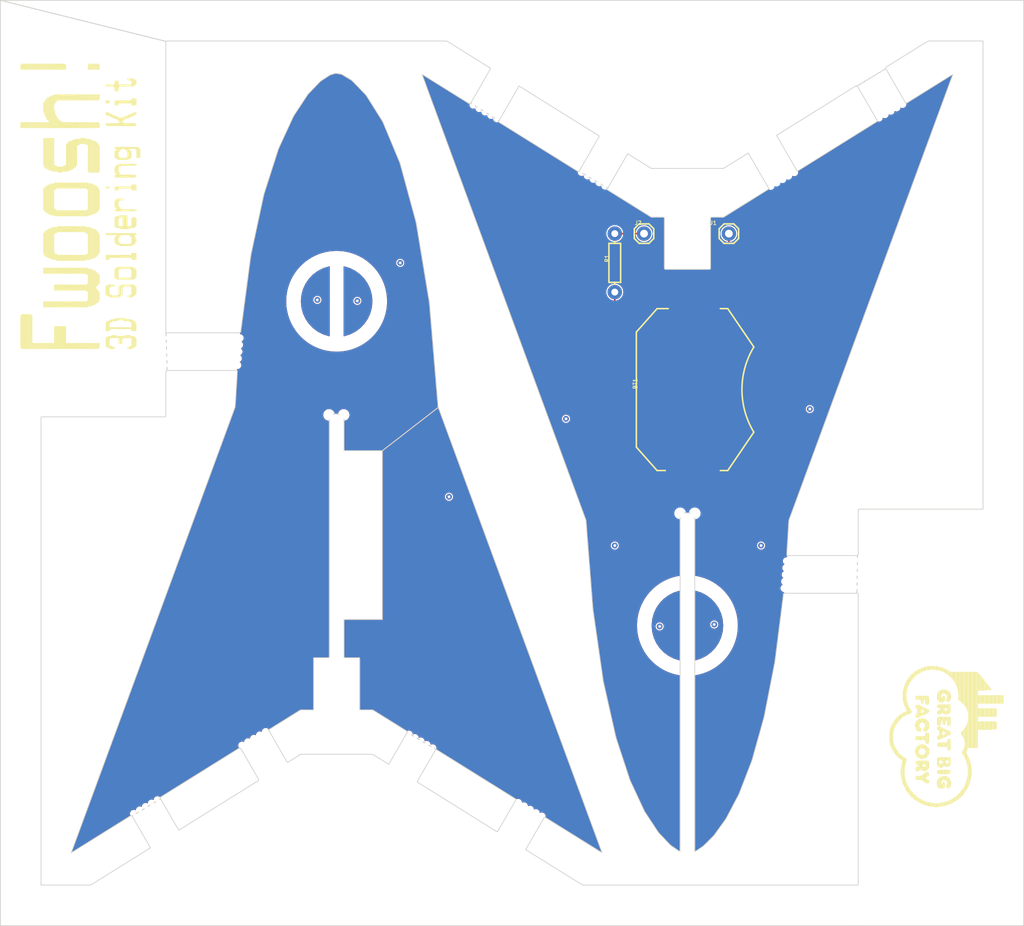
<source format=kicad_pcb>
(kicad_pcb (version 20221018) (generator pcbnew)
  (layers (0 "F.Cu" signal) (31 "B.Cu" signal) (34 "B.Paste" user) (35 "F.Paste" user) (36 "B.SilkS" user "B.Silkscreen") (37 "F.SilkS" user "F.Silkscreen") (38 "B.Mask" user) (39 "F.Mask" user) (44 "Edge.Cuts" user))
  (net 0 "")
  (net 1 "GND")
  (net 2 "GND1")
  (net 3 "N$2")
  (footprint "" (layer "F.Cu") (at 135.842724 140.819137)
    (fp_text reference "@HOLE72" hide)
    (fp_text value "")
  )
  (footprint "" (layer "F.Cu") (at 185.260293 67.129659)
    (fp_text reference "@HOLE63" hide)
    (fp_text value "")
  )
  (footprint "" (layer "F.Cu") (at 103.588062 91.369646)
    (fp_text reference "@HOLE25" hide)
    (fp_text value "")
  )
  (footprint "" (layer "F.Cu") (at 211.157062 110.800646)
    (fp_text reference "@HOLE85" hide)
    (fp_text value "")
  )
  (footprint "" (layer "F.Cu") (at 103.461062 46.919646)
    (fp_text reference "@HOLE20" hide)
    (fp_text value "")
  )
  (footprint "" (layer "F.Cu") (at 193.504062 164.902646)
    (fp_text reference "@HOLE17" hide)
    (fp_text value "")
  )
  (footprint "" (layer "F.Cu") (at 209.760062 46.030646)
    (fp_text reference "@HOLE7" hide)
    (fp_text value "")
  )
  (footprint "" (layer "F.Cu") (at 112.974512 89.602234)
    (fp_text reference "@HOLE42" hide)
    (fp_text value "")
  )
  (footprint "" (layer "F.Cu") (at 193.504062 119.436646)
    (fp_text reference "@HOLE31" hide)
    (fp_text value "")
  )
  (footprint "" (layer "F.Cu") (at 137.382518 141.708134)
    (fp_text reference "@HOLE70" hide)
    (fp_text value "")
  )
  (footprint "" (layer "F.Cu") (at 87.205062 161.219646)
    (fp_text reference "@HOLE1" hide)
    (fp_text value "")
  )
  (footprint "working:1X01" (layer "F.Cu") (at 176.740062 75.113646)
    (fp_text reference "J1")
    (fp_text value "")
  )
  (footprint "" (layer "F.Cu") (at 193.504062 118.547646)
    (fp_text reference "@HOLE32" hide)
    (fp_text value "")
  )
  (footprint "" (layer "F.Cu") (at 103.461062 45.141646)
    (fp_text reference "@HOLE18" hide)
    (fp_text value "")
  )
  (footprint "" (layer "F.Cu") (at 99.249708 150.695659)
    (fp_text reference "@HOLE49" hide)
    (fp_text value "")
  )
  (footprint "" (layer "F.Cu") (at 193.504062 160.457646)
    (fp_text reference "@HOLE12" hide)
    (fp_text value "")
  )
  (footprint "" (layer "F.Cu") (at 196.277708 60.017659)
    (fp_text reference "@HOLE64" hide)
    (fp_text value "")
  )
  (footprint "" (layer "F.Cu") (at 209.760062 46.919646)
    (fp_text reference "@HOLE8" hide)
    (fp_text value "")
  )
  (footprint "" (layer "F.Cu") (at 214.713062 110.800646)
    (fp_text reference "@HOLE89" hide)
    (fp_text value "")
  )
  (footprint "working:TEXT1466#PNG" (layer "F.Cu") (at 92.031062 67.493646 90)
    (fp_text reference "U$1" hide)
    (fp_text value "" hide)
  )
  (footprint "" (layer "F.Cu") (at 182.180708 68.907659)
    (fp_text reference "@HOLE59" hide)
    (fp_text value "")
  )
  (footprint "" (layer "F.Cu") (at 87.205062 163.886646)
    (fp_text reference "@HOLE4" hide)
    (fp_text value "")
  )
  (footprint "" (layer "F.Cu") (at 193.504062 120.325646)
    (fp_text reference "@HOLE30" hide)
    (fp_text value "")
  )
  (footprint "" (layer "F.Cu") (at 193.504062 121.214646)
    (fp_text reference "@HOLE29" hide)
    (fp_text value "")
  )
  (footprint "" (layer "F.Cu") (at 209.760062 47.808646)
    (fp_text reference "@HOLE9" hide)
    (fp_text value "")
  )
  (footprint "" (layer "F.Cu") (at 159.861518 68.429134)
    (fp_text reference "@HOLE80" hide)
    (fp_text value "")
  )
  (footprint "working:GREATBIGFACTORYCLOUDLOGO#PNG" (layer "F.Cu") (at 205.061062 140.772646 -90)
    (fp_text reference "U$2" hide)
    (fp_text value "" hide)
  )
  (footprint "" (layer "F.Cu") (at 103.461062 49.586646)
    (fp_text reference "@HOLE23" hide)
    (fp_text value "")
  )
  (footprint "" (layer "F.Cu") (at 157.551827 67.095637)
    (fp_text reference "@HOLE83" hide)
    (fp_text value "")
  )
  (footprint "" (layer "F.Cu") (at 87.205062 162.108646)
    (fp_text reference "@HOLE2" hide)
    (fp_text value "")
  )
  (footprint "" (layer "F.Cu") (at 193.504062 117.658646)
    (fp_text reference "@HOLE33" hide)
    (fp_text value "")
  )
  (footprint "" (layer "F.Cu") (at 182.950605 68.463159)
    (fp_text reference "@HOLE60" hide)
    (fp_text value "")
  )
  (footprint "" (layer "F.Cu") (at 112.89703 90.48785)
    (fp_text reference "@HOLE41" hide)
    (fp_text value "")
  )
  (footprint "" (layer "F.Cu") (at 158.321724 67.540137)
    (fp_text reference "@HOLE82" hide)
    (fp_text value "")
  )
  (footprint "" (layer "F.Cu") (at 114.886502 140.916659)
    (fp_text reference "@HOLE56" hide)
    (fp_text value "")
  )
  (footprint "" (layer "F.Cu") (at 87.205062 160.330646)
    (fp_text reference "@HOLE0" hide)
    (fp_text value "")
  )
  (footprint "" (layer "F.Cu") (at 212.681062 162.743646)
    (fp_text reference "@HOLE90" hide)
    (fp_text value "")
  )
  (footprint "" (layer "F.Cu") (at 150.066724 149.709137)
    (fp_text reference "@HOLE77" hide)
    (fp_text value "")
  )
  (footprint "" (layer "F.Cu") (at 103.461062 46.030646)
    (fp_text reference "@HOLE19" hide)
    (fp_text value "")
  )
  (footprint "" (layer "F.Cu") (at 209.760062 48.697646)
    (fp_text reference "@HOLE10" hide)
    (fp_text value "")
  )
  (footprint "" (layer "F.Cu") (at 113.051993 88.716615)
    (fp_text reference "@HOLE43" hide)
    (fp_text value "")
  )
  (footprint "" (layer "F.Cu") (at 103.461062 48.697646)
    (fp_text reference "@HOLE22" hide)
    (fp_text value "")
  )
  (footprint "" (layer "F.Cu") (at 193.504062 163.124646)
    (fp_text reference "@HOLE15" hide)
    (fp_text value "")
  )
  (footprint "" (layer "F.Cu") (at 184.490396 67.574159)
    (fp_text reference "@HOLE62" hide)
    (fp_text value "")
  )
  (footprint "" (layer "F.Cu") (at 116.426293 140.027659)
    (fp_text reference "@HOLE58" hide)
    (fp_text value "")
  )
  (footprint "" (layer "F.Cu") (at 135.072827 140.374637)
    (fp_text reference "@HOLE73" hide)
    (fp_text value "")
  )
  (footprint "" (layer "F.Cu") (at 115.656396 140.472159)
    (fp_text reference "@HOLE57" hide)
    (fp_text value "")
  )
  (footprint "" (layer "F.Cu") (at 184.117612 119.553062)
    (fp_text reference "@HOLE36" hide)
    (fp_text value "")
  )
  (footprint "" (layer "F.Cu") (at 103.588062 89.591646)
    (fp_text reference "@HOLE27" hide)
    (fp_text value "")
  )
  (footprint "" (layer "F.Cu") (at 151.606518 150.598134)
    (fp_text reference "@HOLE75" hide)
    (fp_text value "")
  )
  (footprint "" (layer "F.Cu") (at 197.817502 59.128659)
    (fp_text reference "@HOLE66" hide)
    (fp_text value "")
  )
  (footprint "working:AXIAL-0.3" (layer "F.Cu") (at 161.881062 78.923646 90)
    (fp_text reference "R1")
    (fp_text value "1k")
  )
  (footprint "" (layer "F.Cu") (at 124.670062 98.735646)
    (fp_text reference "@HOLE92" hide)
    (fp_text value "")
  )
  (footprint "" (layer "F.Cu") (at 145.764518 59.666134)
    (fp_text reference "@HOLE45" hide)
    (fp_text value "")
  )
  (footprint "" (layer "F.Cu") (at 193.504062 161.346646)
    (fp_text reference "@HOLE13" hide)
    (fp_text value "")
  )
  (footprint "" (layer "F.Cu") (at 170.390062 111.562646)
    (fp_text reference "@HOLE94" hide)
    (fp_text value "")
  )
  (footprint "" (layer "F.Cu") (at 159.091621 67.984634)
    (fp_text reference "@HOLE81" hide)
    (fp_text value "")
  )
  (footprint "" (layer "F.Cu") (at 199.357293 58.239659)
    (fp_text reference "@HOLE68" hide)
    (fp_text value "")
  )
  (footprint "" (layer "F.Cu") (at 146.534415 60.110634)
    (fp_text reference "@HOLE44" hide)
    (fp_text value "")
  )
  (footprint "" (layer "F.Cu") (at 87.205062 162.997646)
    (fp_text reference "@HOLE3" hide)
    (fp_text value "")
  )
  (footprint "" (layer "F.Cu") (at 212.935062 110.800646)
    (fp_text reference "@HOLE87" hide)
    (fp_text value "")
  )
  (footprint "" (layer "F.Cu") (at 103.588062 92.258646)
    (fp_text reference "@HOLE24" hide)
    (fp_text value "")
  )
  (footprint "" (layer "F.Cu") (at 183.962649 121.324296)
    (fp_text reference "@HOLE38" hide)
    (fp_text value "")
  )
  (footprint "" (layer "F.Cu") (at 183.720502 68.018659)
    (fp_text reference "@HOLE61" hide)
    (fp_text value "")
  )
  (footprint "" (layer "F.Cu") (at 184.195093 118.667446)
    (fp_text reference "@HOLE35" hide)
    (fp_text value "")
  )
  (footprint "" (layer "F.Cu") (at 213.824062 110.800646)
    (fp_text reference "@HOLE88" hide)
    (fp_text value "")
  )
  (footprint "" (layer "F.Cu") (at 184.272574 117.781828)
    (fp_text reference "@HOLE34" hide)
    (fp_text value "")
  )
  (footprint "" (layer "F.Cu") (at 150.836621 150.153634)
    (fp_text reference "@HOLE76" hide)
    (fp_text value "")
  )
  (footprint "" (layer "F.Cu") (at 184.04013 120.438681)
    (fp_text reference "@HOLE37" hide)
    (fp_text value "")
  )
  (footprint "" (layer "F.Cu") (at 209.760062 49.586646)
    (fp_text reference "@HOLE11" hide)
    (fp_text value "")
  )
  (footprint "" (layer "F.Cu") (at 136.612621 141.263634)
    (fp_text reference "@HOLE71" hide)
    (fp_text value "")
  )
  (footprint "" (layer "F.Cu") (at 87.205062 164.775646)
    (fp_text reference "@HOLE5" hide)
    (fp_text value "")
  )
  (footprint "" (layer "F.Cu") (at 149.296827 149.264637)
    (fp_text reference "@HOLE78" hide)
    (fp_text value "")
  )
  (footprint "" (layer "F.Cu") (at 102.329293 148.917659)
    (fp_text reference "@HOLE53" hide)
    (fp_text value "")
  )
  (footprint "" (layer "F.Cu") (at 172.295062 111.562646)
    (fp_text reference "@HOLE93" hide)
    (fp_text value "")
  )
  (footprint "" (layer "F.Cu") (at 103.588062 88.702646)
    (fp_text reference "@HOLE28" hide)
    (fp_text value "")
  )
  (footprint "" (layer "F.Cu") (at 209.760062 45.141646)
    (fp_text reference "@HOLE6" hide)
    (fp_text value "")
  )
  (footprint "" (layer "F.Cu") (at 113.346708 141.805659)
    (fp_text reference "@HOLE54" hide)
    (fp_text value "")
  )
  (footprint "" (layer "F.Cu") (at 143.454827 58.332637)
    (fp_text reference "@HOLE48" hide)
    (fp_text value "")
  )
  (footprint "" (layer "F.Cu") (at 100.789502 149.806659)
    (fp_text reference "@HOLE51" hide)
    (fp_text value "")
  )
  (footprint "" (layer "F.Cu") (at 100.019605 150.251159)
    (fp_text reference "@HOLE50" hide)
    (fp_text value "")
  )
  (footprint "" (layer "F.Cu") (at 160.631415 68.873634)
    (fp_text reference "@HOLE79" hide)
    (fp_text value "")
  )
  (footprint "" (layer "F.Cu") (at 138.152415 142.152634)
    (fp_text reference "@HOLE69" hide)
    (fp_text value "")
  )
  (footprint "" (layer "F.Cu") (at 210.268062 110.800646)
    (fp_text reference "@HOLE84" hide)
    (fp_text value "")
  )
  (footprint "working:1X01" (layer "F.Cu") (at 165.691062 75.113646)
    (fp_text reference "J2")
    (fp_text value "")
  )
  (footprint "" (layer "F.Cu") (at 101.559396 149.362159)
    (fp_text reference "@HOLE52" hide)
    (fp_text value "")
  )
  (footprint "" (layer "F.Cu") (at 126.575062 98.735646)
    (fp_text reference "@HOLE91" hide)
    (fp_text value "")
  )
  (footprint "" (layer "F.Cu") (at 112.742068 92.259084)
    (fp_text reference "@HOLE39" hide)
    (fp_text value "")
  )
  (footprint "" (layer "F.Cu") (at 144.224724 58.777137)
    (fp_text reference "@HOLE47" hide)
    (fp_text value "")
  )
  (footprint "" (layer "F.Cu") (at 152.376415 151.042634)
    (fp_text reference "@HOLE74" hide)
    (fp_text value "")
  )
  (footprint "" (layer "F.Cu") (at 103.461062 47.808646)
    (fp_text reference "@HOLE21" hide)
    (fp_text value "")
  )
  (footprint "" (layer "F.Cu") (at 193.504062 162.235646)
    (fp_text reference "@HOLE14" hide)
    (fp_text value "")
  )
  (footprint "" (layer "F.Cu") (at 197.047605 59.573159)
    (fp_text reference "@HOLE65" hide)
    (fp_text value "")
  )
  (footprint "working:BATTCON_20MM_4LEGS" (layer "F.Cu") (at 172.041062 95.433646 90)
    (fp_text reference "BT1")
    (fp_text value "")
  )
  (footprint "" (layer "F.Cu") (at 198.587396 58.684159)
    (fp_text reference "@HOLE67" hide)
    (fp_text value "")
  )
  (footprint "" (layer "F.Cu") (at 193.504062 164.013646)
    (fp_text reference "@HOLE16" hide)
    (fp_text value "")
  )
  (footprint "" (layer "F.Cu") (at 114.116605 141.361159)
    (fp_text reference "@HOLE55" hide)
    (fp_text value "")
  )
  (footprint "" (layer "F.Cu") (at 112.819549 91.373468)
    (fp_text reference "@HOLE40" hide)
    (fp_text value "")
  )
  (footprint "" (layer "F.Cu") (at 144.994621 59.221634)
    (fp_text reference "@HOLE46" hide)
    (fp_text value "")
  )
  (footprint "" (layer "F.Cu") (at 212.046062 110.800646)
    (fp_text reference "@HOLE86" hide)
    (fp_text value "")
  )
  (footprint "" (layer "F.Cu") (at 103.588062 90.480646)
    (fp_text reference "@HOLE26" hide)
    (fp_text value "")
  )
  (gr_line (start 102.731196 148.754646) (end 99.026358 151.009071) (stroke (width 0.1)) (layer "Edge.Cuts"))
  (gr_line (start 105.024968 152.727493) (end 102.731196 148.754646) (stroke (width 0.1)) (layer "Edge.Cuts"))
  (gr_line (start 160.969262 69.187931) (end 163.462877 64.868553) (stroke (width 0.1)) (layer "Edge.Cuts"))
  (gr_line (start 81.871062 165.124062) (end 81.911471 165.283646) (stroke (width 0.1)) (layer "Edge.Cuts"))
  (gr_line (start 215.131137 165.102737) (end 215.131137 44.902234) (stroke (width 0.1)) (layer "Edge.Cuts"))
  (gr_line (start 184.284593 116.881615) (end 184.554055 112.489843) (stroke (width 0.1)) (layer "Edge.Cuts"))
  (gr_line (start 134.841652 140.091437) (end 138.59294 142.304068) (stroke (width 0.1)) (layer "Edge.Cuts"))
  (gr_line (start 136.19918 146.598343) (end 136.182271 146.4544) (stroke (width 0.1)) (layer "Edge.Cuts"))
  (gr_line (start 146.799565 60.409609) (end 143.111399 58.117465) (stroke (width 0.1)) (layer "Edge.Cuts"))
  (gr_line (start 157.23703 66.98035) (end 160.969262 69.187931) (stroke (width 0.1)) (layer "Edge.Cuts"))
  (gr_line (start 143.125912 58.097262) (end 146.810299 60.387115) (stroke (width 0.1)) (layer "Edge.Cuts"))
  (gr_line (start 114.469683 78.024584) (end 113.160683 87.938662) (stroke (width 0.1)) (layer "Edge.Cuts"))
  (gr_line (start 166.640358 72.968075) (end 160.870033 69.370306) (stroke (width 0.1)) (layer "Edge.Cuts"))
  (gr_line (start 91.257149 155.688959) (end 98.894587 150.927468) (stroke (width 0.1)) (layer "Edge.Cuts"))
  (gr_line (start 178.081024 148.077559) (end 179.737574 143.78615) (stroke (width 0.1)) (layer "Edge.Cuts"))
  (gr_line (start 209.64654 111.013053) (end 193.646418 111.013053) (stroke (width 0.1)) (layer "Edge.Cuts"))
  (gr_line (start 145.719533 53.604665) (end 143.125912 58.097262) (stroke (width 0.1)) (layer "Edge.Cuts"))
  (gr_line (start 112.731215 92.997046) (end 112.451933 97.588537) (stroke (width 0.1)) (layer "Edge.Cuts"))
  (gr_line (start 193.586724 159.814668) (end 193.564021 159.991975) (stroke (width 0.1)) (layer "Edge.Cuts"))
  (gr_line (start 179.24119 64.624846) (end 179.358108 64.7661) (stroke (width 0.1)) (layer "Edge.Cuts"))
  (gr_line (start 172.295005 111.54264) (end 172.295005 155.542825) (stroke (width 0.1)) (layer "Edge.Cuts"))
  (gr_line (start 197.166371 53.606503) (end 197.142983 53.464318) (stroke (width 0.1)) (layer "Edge.Cuts"))
  (gr_line (start 193.586724 116.953331) (end 193.50234 117.051284) (stroke (width 0.1)) (layer "Edge.Cuts"))
  (gr_line (start 176.200883 72.870043) (end 176.03164 72.972565) (stroke (width 0.1)) (layer "Edge.Cuts"))
  (gr_line (start 103.577268 50.015221) (end 139.977415 50.015221) (stroke (width 0.1)) (layer "Edge.Cuts"))
  (gr_line (start 87.187877 159.991975) (end 87.162733 159.817156) (stroke (width 0.1)) (layer "Edge.Cuts"))
  (gr_line (start 182.966868 62.344784) (end 183.087418 62.226643) (stroke (width 0.1)) (layer "Edge.Cuts"))
  (gr_line (start 103.415483 50.073375) (end 81.896771 44.723553) (stroke (width 0.1)) (layer "Edge.Cuts"))
  (gr_line (start 138.863615 97.557056) (end 137.749733 84.203406) (stroke (width 0.1)) (layer "Edge.Cuts"))
  (gr_line (start 130.233005 137.172378) (end 130.418324 137.207465) (stroke (width 0.1)) (layer "Edge.Cuts"))
  (gr_line (start 126.613033 98.798706) (end 126.613033 103.198731) (stroke (width 0.1)) (layer "Edge.Cuts"))
  (gr_line (start 143.111399 58.117465) (end 143.008033 58.234809) (stroke (width 0.1)) (layer "Edge.Cuts"))
  (gr_line (start 115.497693 146.213943) (end 115.498618 146.362459) (stroke (width 0.1)) (layer "Edge.Cuts"))
  (gr_line (start 162.065346 140.879159) (end 163.815621 146.198646) (stroke (width 0.1)) (layer "Edge.Cuts"))
  (gr_line (start 205.861933 54.378712) (end 199.92173 58.082187) (stroke (width 0.1)) (layer "Edge.Cuts"))
  (gr_line (start 140.151883 50.104553) (end 145.582805 53.490609) (stroke (width 0.1)) (layer "Edge.Cuts"))
  (gr_line (start 138.59294 142.304068) (end 138.661702 142.34694) (stroke (width 0.1)) (layer "Edge.Cuts"))
  (gr_line (start 199.92173 58.082187) (end 199.768465 58.122212) (stroke (width 0.1)) (layer "Edge.Cuts"))
  (gr_line (start 126.621577 103.390259) (end 131.421627 103.390256) (stroke (width 0.1)) (layer "Edge.Cuts"))
  (gr_line (start 176.304405 151.434884) (end 176.412208 151.266921) (stroke (width 0.1)) (layer "Edge.Cuts"))
  (gr_line (start 175.833527 72.967843) (end 174.433512 72.962862) (stroke (width 0.1)) (layer "Edge.Cuts"))
  (gr_line (start 133.879465 65.83259) (end 131.725212 60.663556) (stroke (width 0.1)) (layer "Edge.Cuts"))
  (gr_line (start 119.310102 143.98654) (end 119.182412 143.923975) (stroke (width 0.1)) (layer "Edge.Cuts"))
  (gr_line (start 121.01408 142.952096) (end 120.837487 143.034262) (stroke (width 0.1)) (layer "Edge.Cuts"))
  (gr_line (start 119.989449 59.920425) (end 118.147896 63.916603) (stroke (width 0.1)) (layer "Edge.Cuts"))
  (gr_line (start 172.295005 155.542825) (end 172.364062 155.614053) (stroke (width 0.1)) (layer "Edge.Cuts"))
  (gr_line (start 103.44143 88.020718) (end 103.415483 87.86105) (stroke (width 0.1)) (layer "Edge.Cuts"))
  (gr_line (start 158.139152 112.599409) (end 159.023462 123.96515) (stroke (width 0.1)) (layer "Edge.Cuts"))
  (gr_line (start 159.830621 62.487806) (end 157.23703 66.98035) (stroke (width 0.1)) (layer "Edge.Cuts"))
  (gr_line (start 143.008033 58.234809) (end 136.898221 54.425565) (stroke (width 0.1)) (layer "Edge.Cuts"))
  (gr_line (start 87.162733 159.817156) (end 87.16273 99.016853) (stroke (width 0.1)) (layer "Edge.Cuts"))
  (gr_line (start 103.455937 88.033056) (end 103.597377 92.94645) (stroke (width 0.1)) (layer "Edge.Cuts"))
  (gr_line (start 103.415483 98.869665) (end 103.415483 93.069615) (stroke (width 0.1)) (layer "Edge.Cuts"))
  (gr_line (start 135.988949 73.548715) (end 133.943565 66.021618) (stroke (width 0.1)) (layer "Edge.Cuts"))
  (gr_line (start 215.112033 165.283646) (end 215.131137 165.102737) (stroke (width 0.1)) (layer "Edge.Cuts"))
  (gr_line (start 137.749733 84.203406) (end 137.726093 84.004934) (stroke (width 0.1)) (layer "Edge.Cuts"))
  (gr_line (start 146.741068 60.561918) (end 146.799565 60.409609) (stroke (width 0.1)) (layer "Edge.Cuts"))
  (gr_line (start 160.353487 133.270362) (end 160.385408 133.467728) (stroke (width 0.1)) (layer "Edge.Cuts"))
  (gr_line (start 103.574768 92.9538) (end 103.44143 88.020718) (stroke (width 0.1)) (layer "Edge.Cuts"))
  (gr_line (start 122.66048 130.394721) (end 122.843502 130.377756) (stroke (width 0.1)) (layer "Edge.Cuts"))
  (gr_line (start 126.35489 54.378921) (end 126.16968 54.314568) (stroke (width 0.1)) (layer "Edge.Cuts"))
  (gr_line (start 169.299996 154.916093) (end 170.291352 155.592187) (stroke (width 0.1)) (layer "Edge.Cuts"))
  (gr_line (start 150.283868 155.37934) (end 150.366752 155.210412) (stroke (width 0.1)) (layer "Edge.Cuts"))
  (gr_line (start 193.48168 117.060753) (end 184.294105 117.060753) (stroke (width 0.1)) (layer "Edge.Cuts"))
  (gr_line (start 131.639808 60.483337) (end 129.513674 57.095115) (stroke (width 0.1)) (layer "Edge.Cuts"))
  (gr_line (start 146.668268 152.945) (end 146.551971 153.052925) (stroke (width 0.1)) (layer "Edge.Cuts"))
  (gr_line (start 99.009221 150.992106) (end 102.720405 148.732175) (stroke (width 0.1)) (layer "Edge.Cuts"))
  (gr_line (start 193.586724 122.014496) (end 193.586724 159.814668) (stroke (width 0.1)) (layer "Edge.Cuts"))
  (gr_line (start 174.34208 79.67115) (end 174.234627 79.763678) (stroke (width 0.1)) (layer "Edge.Cuts"))
  (gr_line (start 170.291352 155.592187) (end 170.389177 155.577278) (stroke (width 0.1)) (layer "Edge.Cuts"))
  (gr_line (start 112.451933 97.588537) (end 112.408552 97.781618) (stroke (width 0.1)) (layer "Edge.Cuts"))
  (gr_line (start 123.637402 55.197125) (end 123.48719 55.327334) (stroke (width 0.1)) (layer "Edge.Cuts"))
  (gr_line (start 193.439174 121.977206) (end 193.586724 122.014496) (stroke (width 0.1)) (layer "Edge.Cuts"))
  (gr_line (start 160.957055 69.209746) (end 157.21849 66.99344) (stroke (width 0.1)) (layer "Edge.Cuts"))
  (gr_line (start 158.10714 112.403618) (end 158.139152 112.599409) (stroke (width 0.1)) (layer "Edge.Cuts"))
  (gr_line (start 177.99428 148.257393) (end 178.081024 148.077559) (stroke (width 0.1)) (layer "Edge.Cuts"))
  (gr_line (start 163.815621 146.198646) (end 163.882608 146.386856) (stroke (width 0.1)) (layer "Edge.Cuts"))
  (gr_line (start 102.720405 148.732175) (end 102.660952 148.579568) (stroke (width 0.1)) (layer "Edge.Cuts"))
  (gr_line (start 170.389177 111.577093) (end 170.524865 111.512762) (stroke (width 0.1)) (layer "Edge.Cuts"))
  (gr_line (start 193.564021 159.991975) (end 157.763908 159.991975) (stroke (width 0.1)) (layer "Edge.Cuts"))
  (gr_line (start 103.415483 93.069615) (end 103.574768 92.9538) (stroke (width 0.1)) (layer "Edge.Cuts"))
  (gr_line (start 116.792443 139.769515) (end 120.86579 137.230393) (stroke (width 0.1)) (layer "Edge.Cuts"))
  (gr_line (start 179.358108 64.7661) (end 181.958321 69.269256) (stroke (width 0.1)) (layer "Edge.Cuts"))
  (gr_line (start 168.235674 72.962915) (end 166.640358 72.968075) (stroke (width 0.1)) (layer "Edge.Cuts"))
  (gr_line (start 129.513674 57.095115) (end 129.37894 56.948078) (stroke (width 0.1)) (layer "Edge.Cuts"))
  (gr_line (start 149.404099 55.894693) (end 149.43888 55.894959) (stroke (width 0.1)) (layer "Edge.Cuts"))
  (gr_line (start 179.737574 143.78615) (end 179.793083 143.594109) (stroke (width 0.1)) (layer "Edge.Cuts"))
  (gr_line (start 129.37894 56.948078) (end 127.708721 55.224565) (stroke (width 0.1)) (layer "Edge.Cuts"))
  (gr_line (start 87.16273 99.016853) (end 87.339921 98.994146) (stroke (width 0.1)) (layer "Edge.Cuts"))
  (gr_line (start 174.34208 73.07105) (end 174.34208 79.67115) (stroke (width 0.1)) (layer "Edge.Cuts"))
  (gr_line (start 120.86579 137.230393) (end 121.044649 137.172171) (stroke (width 0.1)) (layer "Edge.Cuts"))
  (gr_line (start 118.147896 63.916603) (end 118.069712 64.100271) (stroke (width 0.1)) (layer "Edge.Cuts"))
  (gr_line (start 209.839471 111.005975) (end 209.64654 111.013053) (stroke (width 0.1)) (layer "Edge.Cuts"))
  (gr_line (start 193.50234 117.051284) (end 193.439174 121.977206) (stroke (width 0.1)) (layer "Edge.Cuts"))
  (gr_line (start 183.087418 62.226643) (end 193.270655 55.878278) (stroke (width 0.1)) (layer "Edge.Cuts"))
  (gr_line (start 128.634187 130.377762) (end 128.659943 130.552071) (stroke (width 0.1)) (layer "Edge.Cuts"))
  (gr_line (start 174.234627 79.763678) (end 168.434577 79.763678) (stroke (width 0.1)) (layer "Edge.Cuts"))
  (gr_line (start 170.389177 155.577278) (end 170.389177 111.577093) (stroke (width 0.1)) (layer "Edge.Cuts"))
  (gr_line (start 114.502405 77.827434) (end 114.469683 78.024584) (stroke (width 0.1)) (layer "Edge.Cuts"))
  (gr_line (start 205.862755 54.480571) (end 205.861933 54.378712) (stroke (width 0.1)) (layer "Edge.Cuts"))
  (gr_line (start 133.943565 66.021618) (end 133.879465 65.83259) (stroke (width 0.1)) (layer "Edge.Cuts"))
  (gr_line (start 174.904512 153.384346) (end 176.304405 151.434884) (stroke (width 0.1)) (layer "Edge.Cuts"))
  (gr_line (start 215.131137 44.902234) (end 215.109805 44.723565) (stroke (width 0.1)) (layer "Edge.Cuts"))
  (gr_line (start 193.646418 111.013053) (end 193.586724 111.153281) (stroke (width 0.1)) (layer "Edge.Cuts"))
  (gr_line (start 113.160683 87.938662) (end 113.043533 88.033056) (stroke (width 0.1)) (layer "Edge.Cuts"))
  (gr_line (start 131.604612 125.390471) (end 126.804683 125.390471) (stroke (width 0.1)) (layer "Edge.Cuts"))
  (gr_line (start 136.898221 54.425565) (end 136.790571 54.396093) (stroke (width 0.1)) (layer "Edge.Cuts"))
  (gr_line (start 125.385127 54.263325) (end 125.000371 54.372559) (stroke (width 0.1)) (layer "Edge.Cuts"))
  (gr_line (start 126.804683 125.390471) (end 126.613033 125.398881) (stroke (width 0.1)) (layer "Edge.Cuts"))
  (gr_line (start 126.634187 130.377762) (end 128.634187 130.377762) (stroke (width 0.1)) (layer "Edge.Cuts"))
  (gr_line (start 81.896771 44.723553) (end 81.871062 44.723553) (stroke (width 0.1)) (layer "Edge.Cuts"))
  (gr_line (start 122.66048 136.994818) (end 122.66048 130.394721) (stroke (width 0.1)) (layer "Edge.Cuts"))
  (gr_line (start 215.109805 44.723565) (end 81.921771 44.723553) (stroke (width 0.1)) (layer "Edge.Cuts"))
  (gr_line (start 101.319983 154.982156) (end 101.402665 155.151003) (stroke (width 0.1)) (layer "Edge.Cuts"))
  (gr_line (start 209.839471 50.205675) (end 209.839471 111.005975) (stroke (width 0.1)) (layer "Edge.Cuts"))
  (gr_line (start 87.339921 98.994146) (end 103.340043 98.994146) (stroke (width 0.1)) (layer "Edge.Cuts"))
  (gr_line (start 159.791902 62.349165) (end 159.830621 62.487806) (stroke (width 0.1)) (layer "Edge.Cuts"))
  (gr_line (start 103.415483 87.86105) (end 103.415483 50.073375) (stroke (width 0.1)) (layer "Edge.Cuts"))
  (gr_line (start 202.574062 50.078509) (end 202.829827 50.015221) (stroke (width 0.1)) (layer "Edge.Cuts"))
  (gr_line (start 179.793083 143.594109) (end 181.299774 138.200562) (stroke (width 0.1)) (layer "Edge.Cuts"))
  (gr_line (start 125.773733 54.257593) (end 125.577658 54.21975) (stroke (width 0.1)) (layer "Edge.Cuts"))
  (gr_line (start 163.564102 64.700481) (end 166.619155 66.605037) (stroke (width 0.1)) (layer "Edge.Cuts"))
  (gr_line (start 162.011077 140.686975) (end 162.065346 140.879159) (stroke (width 0.1)) (layer "Edge.Cuts"))
  (gr_line (start 157.21849 66.99344) (end 157.093743 67.01644) (stroke (width 0.1)) (layer "Edge.Cuts"))
  (gr_line (start 138.576083 142.308281) (end 134.836408 140.114721) (stroke (width 0.1)) (layer "Edge.Cuts"))
  (gr_line (start 128.832993 137.178184) (end 130.233005 137.172378) (stroke (width 0.1)) (layer "Edge.Cuts"))
  (gr_line (start 176.412208 151.266921) (end 177.99428 148.257393) (stroke (width 0.1)) (layer "Edge.Cuts"))
  (gr_line (start 183.860093 122.011687) (end 184.027033 121.974143) (stroke (width 0.1)) (layer "Edge.Cuts"))
  (gr_line (start 176.013499 66.624528) (end 176.186258 66.529378) (stroke (width 0.1)) (layer "Edge.Cuts"))
  (gr_line (start 176.186258 66.529378) (end 179.24119 64.624846) (stroke (width 0.1)) (layer "Edge.Cuts"))
  (gr_line (start 149.43888 55.894959) (end 159.791902 62.349165) (stroke (width 0.1)) (layer "Edge.Cuts"))
  (gr_line (start 196.035508 60.504809) (end 185.68249 66.959021) (stroke (width 0.1)) (layer "Edge.Cuts"))
  (gr_line (start 168.341927 79.656384) (end 168.341927 73.056287) (stroke (width 0.1)) (layer "Edge.Cuts"))
  (gr_line (start 138.661702 142.34694) (end 149.01449 148.801521) (stroke (width 0.1)) (layer "Edge.Cuts"))
  (gr_line (start 209.829949 50.015221) (end 209.839471 50.205675) (stroke (width 0.1)) (layer "Edge.Cuts"))
  (gr_line (start 157.093743 67.01644) (end 146.741068 60.561918) (stroke (width 0.1)) (layer "Edge.Cuts"))
  (gr_line (start 138.904874 97.763581) (end 131.613033 103.411268) (stroke (width 0.1)) (layer "Edge.Cuts"))
  (gr_line (start 139.977415 50.015221) (end 140.151883 50.104553) (stroke (width 0.1)) (layer "Edge.Cuts"))
  (gr_line (start 136.182271 146.4544) (end 138.576083 142.308281) (stroke (width 0.1)) (layer "Edge.Cuts"))
  (gr_line (start 181.958321 69.269256) (end 181.801568 69.37834) (stroke (width 0.1)) (layer "Edge.Cuts"))
  (gr_line (start 173.363449 154.94979) (end 173.510705 154.8154) (stroke (width 0.1)) (layer "Edge.Cuts"))
  (gr_line (start 166.619155 66.605037) (end 166.813424 66.625046) (stroke (width 0.1)) (layer "Edge.Cuts"))
  (gr_line (start 160.09053 155.706565) (end 160.217171 155.759431) (stroke (width 0.1)) (layer "Edge.Cuts"))
  (gr_line (start 126.58398 98.627756) (end 126.613033 98.798706) (stroke (width 0.1)) (layer "Edge.Cuts"))
  (gr_line (start 130.21403 142.952615) (end 121.01408 142.952096) (stroke (width 0.1)) (layer "Edge.Cuts"))
  (gr_line (start 152.666808 151.226684) (end 152.792602 151.156737) (stroke (width 0.1)) (layer "Edge.Cuts"))
  (gr_line (start 131.613033 103.411268) (end 131.613033 125.198821) (stroke (width 0.1)) (layer "Edge.Cuts"))
  (gr_line (start 174.433512 72.962862) (end 174.34208 73.07105) (stroke (width 0.1)) (layer "Edge.Cuts"))
  (gr_line (start 130.418324 137.207465) (end 134.830918 139.958559) (stroke (width 0.1)) (layer "Edge.Cuts"))
  (gr_line (start 169.13598 154.80195) (end 169.299996 154.916093) (stroke (width 0.1)) (layer "Edge.Cuts"))
  (gr_line (start 145.582805 53.490609) (end 145.719533 53.604665) (stroke (width 0.1)) (layer "Edge.Cuts"))
  (gr_line (start 138.898233 97.739568) (end 138.863615 97.557056) (stroke (width 0.1)) (layer "Edge.Cuts"))
  (gr_line (start 174.786843 153.545984) (end 174.904512 153.384346) (stroke (width 0.1)) (layer "Edge.Cuts"))
  (gr_line (start 168.434577 79.763678) (end 168.341927 79.656384) (stroke (width 0.1)) (layer "Edge.Cuts"))
  (gr_line (start 127.708721 55.224565) (end 127.556449 55.097475) (stroke (width 0.1)) (layer "Edge.Cuts"))
  (gr_line (start 116.882396 139.940293) (end 116.792443 139.769515) (stroke (width 0.1)) (layer "Edge.Cuts"))
  (gr_line (start 184.027033 121.974143) (end 193.414555 121.974143) (stroke (width 0.1)) (layer "Edge.Cuts"))
  (gr_line (start 112.584877 92.94645) (end 112.731215 92.997046) (stroke (width 0.1)) (layer "Edge.Cuts"))
  (gr_line (start 137.726093 84.004934) (end 136.03088 73.744003) (stroke (width 0.1)) (layer "Edge.Cuts"))
  (gr_line (start 148.968352 148.961221) (end 146.668268 152.945) (stroke (width 0.1)) (layer "Edge.Cuts"))
  (gr_line (start 122.644612 137.178818) (end 122.66048 136.994818) (stroke (width 0.1)) (layer "Edge.Cuts"))
  (gr_line (start 159.023462 123.96515) (end 159.04538 124.163756) (stroke (width 0.1)) (layer "Edge.Cuts"))
  (gr_line (start 163.882608 146.386856) (end 165.742121 150.37464) (stroke (width 0.1)) (layer "Edge.Cuts"))
  (gr_line (start 124.78393 98.627756) (end 126.58398 98.627756) (stroke (width 0.1)) (layer "Edge.Cuts"))
  (gr_line (start 184.294105 117.060753) (end 184.284593 116.881615) (stroke (width 0.1)) (layer "Edge.Cuts"))
  (gr_line (start 166.813424 66.625046) (end 176.013499 66.624528) (stroke (width 0.1)) (layer "Edge.Cuts"))
  (gr_line (start 113.013974 142.125359) (end 113.197465 142.230393) (stroke (width 0.1)) (layer "Edge.Cuts"))
  (gr_line (start 136.790571 54.396093) (end 158.10714 112.403618) (stroke (width 0.1)) (layer "Edge.Cuts"))
  (gr_line (start 193.442396 55.859456) (end 197.166371 53.606503) (stroke (width 0.1)) (layer "Edge.Cuts"))
  (gr_line (start 131.725212 60.663556) (end 131.639808 60.483337) (stroke (width 0.1)) (layer "Edge.Cuts"))
  (gr_line (start 167.622399 153.205359) (end 169.13598 154.80195) (stroke (width 0.1)) (layer "Edge.Cuts"))
  (gr_line (start 126.613033 103.198731) (end 126.621577 103.390259) (stroke (width 0.1)) (layer "Edge.Cuts"))
  (gr_line (start 159.04538 124.163756) (end 160.353487 133.270362) (stroke (width 0.1)) (layer "Edge.Cuts"))
  (gr_line (start 99.026358 151.009071) (end 101.319983 154.982156) (stroke (width 0.1)) (layer "Edge.Cuts"))
  (gr_line (start 173.510705 154.8154) (end 174.786843 153.545984) (stroke (width 0.1)) (layer "Edge.Cuts"))
  (gr_line (start 196.054874 60.361481) (end 196.035508 60.504809) (stroke (width 0.1)) (layer "Edge.Cuts"))
  (gr_line (start 126.613033 125.398881) (end 126.613033 130.198928) (stroke (width 0.1)) (layer "Edge.Cuts"))
  (gr_line (start 146.551971 153.052925) (end 136.19918 146.598343) (stroke (width 0.1)) (layer "Edge.Cuts"))
  (gr_line (start 91.091955 155.7892) (end 91.257149 155.688959) (stroke (width 0.1)) (layer "Edge.Cuts"))
  (gr_line (start 130.404687 142.985687) (end 130.21403 142.952615) (stroke (width 0.1)) (layer "Edge.Cuts"))
  (gr_line (start 103.340043 98.994146) (end 103.415483 98.869665) (stroke (width 0.1)) (layer "Edge.Cuts"))
  (gr_line (start 193.414555 121.974143) (end 193.48168 117.060753) (stroke (width 0.1)) (layer "Edge.Cuts"))
  (gr_line (start 103.597377 92.94645) (end 112.584877 92.94645) (stroke (width 0.1)) (layer "Edge.Cuts"))
  (gr_line (start 120.837487 143.034262) (end 119.310102 143.98654) (stroke (width 0.1)) (layer "Edge.Cuts"))
  (gr_line (start 149.01449 148.801521) (end 148.968352 148.961221) (stroke (width 0.1)) (layer "Edge.Cuts"))
  (gr_line (start 124.707212 98.641428) (end 124.78393 98.627756) (stroke (width 0.1)) (layer "Edge.Cuts"))
  (gr_line (start 120.08044 59.742756) (end 119.989449 59.920425) (stroke (width 0.1)) (layer "Edge.Cuts"))
  (gr_line (start 184.554055 112.489843) (end 184.615183 112.300359) (stroke (width 0.1)) (layer "Edge.Cuts"))
  (gr_line (start 81.921771 44.723553) (end 103.427512 50.057481) (stroke (width 0.1)) (layer "Edge.Cuts"))
  (gr_line (start 113.043533 88.033056) (end 103.455937 88.033056) (stroke (width 0.1)) (layer "Edge.Cuts"))
  (gr_line (start 152.792602 151.156737) (end 160.09053 155.706565) (stroke (width 0.1)) (layer "Edge.Cuts"))
  (gr_line (start 119.182412 143.923975) (end 116.882396 139.940293) (stroke (width 0.1)) (layer "Edge.Cuts"))
  (gr_line (start 131.421627 103.390256) (end 131.600546 103.398212) (stroke (width 0.1)) (layer "Edge.Cuts"))
  (gr_line (start 157.581918 159.928971) (end 150.283868 155.37934) (stroke (width 0.1)) (layer "Edge.Cuts"))
  (gr_line (start 123.48719 55.327334) (end 121.958287 56.909265) (stroke (width 0.1)) (layer "Edge.Cuts"))
  (gr_line (start 157.763908 159.991975) (end 157.581918 159.928971) (stroke (width 0.1)) (layer "Edge.Cuts"))
  (gr_line (start 105.145833 152.81704) (end 105.024968 152.727493) (stroke (width 0.1)) (layer "Edge.Cuts"))
  (gr_line (start 165.742121 150.37464) (end 165.849824 150.542984) (stroke (width 0.1)) (layer "Edge.Cuts"))
  (gr_line (start 136.03088 73.744003) (end 135.988949 73.548715) (stroke (width 0.1)) (layer "Edge.Cuts"))
  (gr_line (start 126.16968 54.314568) (end 125.773733 54.257593) (stroke (width 0.1)) (layer "Edge.Cuts"))
  (gr_line (start 121.958287 56.909265) (end 121.842068 57.071284) (stroke (width 0.1)) (layer "Edge.Cuts"))
  (gr_line (start 93.587902 159.991975) (end 87.187877 159.991975) (stroke (width 0.1)) (layer "Edge.Cuts"))
  (gr_line (start 193.461071 55.868918) (end 196.054874 60.361481) (stroke (width 0.1)) (layer "Edge.Cuts"))
  (gr_line (start 150.366752 155.210412) (end 152.666808 151.226684) (stroke (width 0.1)) (layer "Edge.Cuts"))
  (gr_line (start 182.756852 130.74225) (end 183.860093 122.011687) (stroke (width 0.1)) (layer "Edge.Cuts"))
  (gr_line (start 116.179818 70.005265) (end 114.502405 77.827434) (stroke (width 0.1)) (layer "Edge.Cuts"))
  (gr_line (start 134.836408 140.114721) (end 132.542637 144.087571) (stroke (width 0.1)) (layer "Edge.Cuts"))
  (gr_line (start 181.801568 69.37834) (end 176.200883 72.870043) (stroke (width 0.1)) (layer "Edge.Cuts"))
  (gr_line (start 122.843502 130.377756) (end 124.643549 130.377756) (stroke (width 0.1)) (layer "Edge.Cuts"))
  (gr_line (start 160.870033 69.370306) (end 160.957055 69.209746) (stroke (width 0.1)) (layer "Edge.Cuts"))
  (gr_line (start 124.643549 130.377756) (end 124.707393 130.241646) (stroke (width 0.1)) (layer "Edge.Cuts"))
  (gr_line (start 124.810908 54.433618) (end 123.637402 55.197125) (stroke (width 0.1)) (layer "Edge.Cuts"))
  (gr_line (start 168.341927 73.056287) (end 168.235674 72.962915) (stroke (width 0.1)) (layer "Edge.Cuts"))
  (gr_line (start 121.842068 57.071284) (end 120.08044 59.742756) (stroke (width 0.1)) (layer "Edge.Cuts"))
  (gr_line (start 185.68249 66.959021) (end 185.566865 66.848059) (stroke (width 0.1)) (layer "Edge.Cuts"))
  (gr_line (start 184.615183 112.300359) (end 205.862755 54.480571) (stroke (width 0.1)) (layer "Edge.Cuts"))
  (gr_line (start 202.829827 50.015221) (end 209.829949 50.015221) (stroke (width 0.1)) (layer "Edge.Cuts"))
  (gr_line (start 131.600546 103.398212) (end 138.898233 97.739568) (stroke (width 0.1)) (layer "Edge.Cuts"))
  (gr_line (start 182.726433 130.939828) (end 182.756852 130.74225) (stroke (width 0.1)) (layer "Edge.Cuts"))
  (gr_line (start 193.270655 55.878278) (end 193.442396 55.859456) (stroke (width 0.1)) (layer "Edge.Cuts"))
  (gr_line (start 199.768465 58.122212) (end 197.174649 53.629662) (stroke (width 0.1)) (layer "Edge.Cuts"))
  (gr_line (start 181.348712 138.006859) (end 182.726433 130.939828) (stroke (width 0.1)) (layer "Edge.Cuts"))
  (gr_line (start 81.911471 165.283646) (end 215.112033 165.283646) (stroke (width 0.1)) (layer "Edge.Cuts"))
  (gr_line (start 98.894587 150.927468) (end 99.009221 150.992106) (stroke (width 0.1)) (layer "Edge.Cuts"))
  (gr_line (start 172.124902 111.512762) (end 172.295005 111.54264) (stroke (width 0.1)) (layer "Edge.Cuts"))
  (gr_line (start 197.142983 53.464318) (end 202.574062 50.078509) (stroke (width 0.1)) (layer "Edge.Cuts"))
  (gr_line (start 101.402665 155.151003) (end 93.765205 159.912215) (stroke (width 0.1)) (layer "Edge.Cuts"))
  (gr_line (start 172.364062 155.614053) (end 173.363449 154.94979) (stroke (width 0.1)) (layer "Edge.Cuts"))
  (gr_line (start 125.577658 54.21975) (end 125.385127 54.263325) (stroke (width 0.1)) (layer "Edge.Cuts"))
  (gr_line (start 160.385408 133.467728) (end 162.011077 140.686975) (stroke (width 0.1)) (layer "Edge.Cuts"))
  (gr_line (start 113.197465 142.230393) (end 115.497693 146.213943) (stroke (width 0.1)) (layer "Edge.Cuts"))
  (gr_line (start 160.217171 155.759431) (end 138.904874 97.763581) (stroke (width 0.1)) (layer "Edge.Cuts"))
  (gr_line (start 103.427512 50.057481) (end 103.577268 50.015221) (stroke (width 0.1)) (layer "Edge.Cuts"))
  (gr_line (start 127.556449 55.097475) (end 126.35489 54.378921) (stroke (width 0.1)) (layer "Edge.Cuts"))
  (gr_line (start 146.810299 60.387115) (end 149.404099 55.894693) (stroke (width 0.1)) (layer "Edge.Cuts"))
  (gr_line (start 121.044649 137.172171) (end 122.644612 137.178818) (stroke (width 0.1)) (layer "Edge.Cuts"))
  (gr_line (start 132.542637 144.087571) (end 132.441315 144.255434) (stroke (width 0.1)) (layer "Edge.Cuts"))
  (gr_line (start 176.03164 72.972565) (end 175.833527 72.967843) (stroke (width 0.1)) (layer "Edge.Cuts"))
  (gr_line (start 128.659943 130.552071) (end 128.659943 137.152046) (stroke (width 0.1)) (layer "Edge.Cuts"))
  (gr_line (start 125.000371 54.372559) (end 124.810908 54.433618) (stroke (width 0.1)) (layer "Edge.Cuts"))
  (gr_line (start 81.871062 44.723553) (end 81.871062 165.124062) (stroke (width 0.1)) (layer "Edge.Cuts"))
  (gr_line (start 124.707393 130.241646) (end 124.707212 98.641428) (stroke (width 0.1)) (layer "Edge.Cuts"))
  (gr_line (start 197.174649 53.629662) (end 193.461071 55.868918) (stroke (width 0.1)) (layer "Edge.Cuts"))
  (gr_line (start 131.613033 125.198821) (end 131.604612 125.390471) (stroke (width 0.1)) (layer "Edge.Cuts"))
  (gr_line (start 132.441315 144.255434) (end 130.404687 142.985687) (stroke (width 0.1)) (layer "Edge.Cuts"))
  (gr_line (start 165.849824 150.542984) (end 167.498299 153.049478) (stroke (width 0.1)) (layer "Edge.Cuts"))
  (gr_line (start 126.613033 130.198928) (end 126.634187 130.377762) (stroke (width 0.1)) (layer "Edge.Cuts"))
  (gr_line (start 193.586724 111.153281) (end 193.586724 116.953331) (stroke (width 0.1)) (layer "Edge.Cuts"))
  (gr_line (start 134.830918 139.958559) (end 134.841652 140.091437) (stroke (width 0.1)) (layer "Edge.Cuts"))
  (gr_line (start 112.408552 97.781618) (end 91.091955 155.7892) (stroke (width 0.1)) (layer "Edge.Cuts"))
  (gr_line (start 128.659943 137.152046) (end 128.832993 137.178184) (stroke (width 0.1)) (layer "Edge.Cuts"))
  (gr_line (start 185.566865 66.848059) (end 182.966868 62.344784) (stroke (width 0.1)) (layer "Edge.Cuts"))
  (gr_line (start 181.299774 138.200562) (end 181.348712 138.006859) (stroke (width 0.1)) (layer "Edge.Cuts"))
  (gr_line (start 102.660952 148.579568) (end 113.013974 142.125359) (stroke (width 0.1)) (layer "Edge.Cuts"))
  (gr_line (start 93.765205 159.912215) (end 93.587902 159.991975) (stroke (width 0.1)) (layer "Edge.Cuts"))
  (gr_line (start 170.524865 111.512762) (end 172.124902 111.512762) (stroke (width 0.1)) (layer "Edge.Cuts"))
  (gr_line (start 115.498618 146.362459) (end 105.145833 152.81704) (stroke (width 0.1)) (layer "Edge.Cuts"))
  (gr_line (start 118.069712 64.100271) (end 116.179818 70.005265) (stroke (width 0.1)) (layer "Edge.Cuts"))
  (gr_line (start 167.498299 153.049478) (end 167.622399 153.205359) (stroke (width 0.1)) (layer "Edge.Cuts"))
  (gr_line (start 163.462877 64.868553) (end 163.564102 64.700481) (stroke (width 0.1)) (layer "Edge.Cuts"))
  (gr_text "nickpoole.me" (at 151.721062 144.963646 325) (layer "F.Cu") (effects (font (size 1.63576 1.63576) (thickness 0.14224)) (justify right top)))
  (gr_text "www.greatbigfactory.com" (at 104.731062 120.833646 70) (layer "F.Cu") (effects (font (size 1.63576 1.63576) (thickness 0.14224)) (justify right top)))
  (segment (start 161.881062 75.113646) (end 165.691062 75.113646) (width 0.2032) (layer "F.Cu") (net 1))
  (via (at 155.531062 99.243646) (size 0.7564) (drill 0.35) (layers "F.Cu" "B.Cu") (net 1))
  (via (at 123.146062 83.749646) (size 0.7564) (drill 0.35) (layers "F.Cu" "B.Cu") (net 1))
  (via (at 187.281062 97.973646) (size 0.7564) (drill 0.35) (layers "F.Cu" "B.Cu") (net 1))
  (via (at 174.835062 126.040646) (size 0.7564) (drill 0.35) (layers "F.Cu" "B.Cu") (net 1))
  (via (at 180.931062 115.753646) (size 0.7564) (drill 0.35) (layers "F.Cu" "B.Cu") (net 1))
  (via (at 167.723062 126.294646) (size 0.7564) (drill 0.35) (layers "F.Cu" "B.Cu") (net 1))
  (via (at 128.353062 83.876646) (size 0.7564) (drill 0.35) (layers "F.Cu" "B.Cu") (net 1))
  (via (at 140.291062 109.403646) (size 0.7564) (drill 0.35) (layers "F.Cu" "B.Cu") (net 1))
  (via (at 133.941062 78.923646) (size 0.7564) (drill 0.35) (layers "F.Cu" "B.Cu") (net 1))
  (via (at 161.881062 115.753646) (size 0.7564) (drill 0.35) (layers "F.Cu" "B.Cu") (net 1))
  (segment (start 172.041062 95.433646) (end 161.881062 85.273646) (width 0.2032) (layer "F.Cu") (net 2))
  (segment (start 161.881062 85.273646) (end 161.881062 82.733646) (width 0.2032) (layer "F.Cu") (net 2))
  (segment (start 176.740062 83.749646) (end 176.232062 84.257646) (width 0.2032) (layer "F.Cu") (net 3))
  (segment (start 176.740062 75.113646) (end 176.740062 83.749646) (width 0.2032) (layer "F.Cu") (net 3))
  (segment (start 176.232062 84.257646) (end 173.692062 84.257646) (width 0.2032) (layer "F.Cu") (net 3))
  (zone (net 0) (net_name "") (layer "F.Cu") (priority 3) (connect_pads (clearance 0.000001)) (min_thickness 0.05) (fill yes (thermal_gap 0.15) (thermal_bridge_width 0.15))
    (polygon (pts (xy 124.75674 88.429373) (xy 124.705276 88.496158) (xy 123.963022 88.270723) (xy 123.908936 88.252427) (xy 123.243753 87.916358) (xy 123.194299 87.888063) (xy 122.595033 87.443789) (xy 122.553096 87.405304) (xy 122.036519 86.866884) (xy 121.616272 86.250042) (xy 121.587711 86.200819) (xy 121.276581 85.52281) (xy 121.259583 85.468399) (xy 121.067797 84.747705) (xy 120.996977 83.950424) (xy 120.998589 83.893327) (xy 121.06394 83.152331) (xy 121.073399 83.096104) (xy 121.265577 82.376038) (xy 121.285694 82.322752) (xy 121.597379 81.644616) (xy 122.017049 81.027952) (xy 122.051651 80.982751) (xy 122.568737 80.444571) (xy 122.613 80.408722) (xy 123.212538 79.965301) (xy 123.878009 79.629224) (xy 123.929834 79.605288) (xy 124.641612 79.389163) (xy 124.75674 79.354202)))
  )
  (zone (net 0) (net_name "") (layer "F.Cu") (priority 3) (connect_pads (clearance 0.000001)) (min_thickness 0.05) (fill yes (thermal_gap 0.15) (thermal_bridge_width 0.15))
    (polygon (pts (xy 127.389945 79.601696) (xy 127.441806 79.625555) (xy 128.107268 79.961744) (xy 128.706682 80.405127) (xy 128.751108 80.440804) (xy 129.267982 80.979139) (xy 129.302822 81.024138) (xy 129.72263 81.640933) (xy 130.033868 82.319054) (xy 130.054415 82.372183) (xy 130.246131 83.092332) (xy 130.256128 83.148469) (xy 130.320929 83.889472) (xy 130.323181 83.946554) (xy 130.252284 84.744172) (xy 130.060095 85.46455) (xy 130.043525 85.519114) (xy 129.732021 86.196991) (xy 129.703789 86.24639) (xy 129.283185 86.863184) (xy 128.76673 87.401539) (xy 128.724943 87.440201) (xy 128.125536 87.884335) (xy 128.076168 87.912771) (xy 127.410907 88.248752) (xy 127.35685 88.267125) (xy 126.61454 88.492534) (xy 126.563087 88.42574) (xy 126.563087 79.368015) (xy 126.620515 79.368015)))
  )
  (zone (net 0) (net_name "") (layer "F.Cu") (priority 3) (connect_pads (clearance 0.000001)) (min_thickness 0.05) (fill yes (thermal_gap 0.15) (thermal_bridge_width 0.15))
    (polygon (pts (xy 172.334393 121.625932) (xy 173.044959 121.841733) (xy 173.098649 121.861199) (xy 173.76468 122.197665) (xy 173.813464 122.22719) (xy 174.41349 122.67199) (xy 174.454447 122.711663) (xy 174.9324 123.209469) (xy 174.970444 123.251924) (xy 175.391196 123.869442) (xy 175.418144 123.919644) (xy 175.729803 124.598668) (xy 175.935652 125.37454) (xy 176.005598 126.174402) (xy 175.935972 126.973081) (xy 175.923849 127.028916) (xy 175.73131 127.750358) (xy 175.420585 128.428982) (xy 175.394841 128.479905) (xy 174.973792 129.09727) (xy 174.936742 129.140571) (xy 174.418749 129.678603) (xy 173.818312 130.123479) (xy 173.770158 130.154) (xy 173.104057 130.490387) (xy 173.050784 130.510893) (xy 172.323482 130.731738) (xy 172.244533 130.70196) (xy 172.244533 121.59865)))
  )
  (zone (net 0) (net_name "") (layer "F.Cu") (priority 3) (connect_pads (clearance 0.000001)) (min_thickness 0.05) (fill yes (thermal_gap 0.15) (thermal_bridge_width 0.15))
    (polygon (pts (xy 166.649595 72.915559) (xy 166.682326 72.9187) (xy 168.346711 72.912063) (xy 168.391799 72.978146) (xy 168.391799 79.712025) (xy 168.391883 79.713221) (xy 174.291943 79.713221) (xy 174.291943 73.003289) (xy 174.30718 72.911946) (xy 175.991358 72.918656) (xy 176.025603 72.92057) (xy 205.955667 54.261517) (xy 205.94699 54.395488) (xy 184.609953 112.458713) (xy 184.603291 112.50305) (xy 184.565244 113.240512) (xy 184.521693 114.033233) (xy 184.452753 115.195559) (xy 184.377608 116.357511) (xy 184.299892 117.466279) (xy 184.216087 118.574601) (xy 184.13044 119.629694) (xy 184.038899 120.684325) (xy 183.941216 121.738409) (xy 183.842571 122.739198) (xy 183.771632 123.423646) (xy 183.709377 124.00258) (xy 183.590908 125.054532) (xy 183.478135 126.000597) (xy 183.359333 126.94594) (xy 183.283687 127.523293) (xy 183.205613 128.100342) (xy 183.072592 129.043761) (xy 182.987961 129.619899) (xy 182.908756 130.143341) (xy 182.769008 131.032262) (xy 182.683753 131.554765) (xy 182.596093 132.07687) (xy 182.450837 132.911256) (xy 182.356795 133.432275) (xy 182.260175 133.952773) (xy 182.170942 134.420808) (xy 182.069258 134.940409) (xy 181.911466 135.718616) (xy 181.81369 136.184997) (xy 181.713523 136.650832) (xy 181.610856 137.116162) (xy 181.517437 137.529341) (xy 181.349108 138.251139) (xy 181.249949 138.662986) (xy 181.135806 139.125642) (xy 181.031954 139.536331) (xy 180.925757 139.946384) (xy 180.817197 140.35586) (xy 180.706203 140.764682) (xy 180.59271 141.17282) (xy 180.476618 141.580231) (xy 180.372873 141.936133) (xy 180.251773 142.3421) (xy 180.143524 142.696643) (xy 180.033055 143.050529) (xy 179.920328 143.403714) (xy 179.788669 143.806414) (xy 179.687902 144.107829) (xy 179.56806 144.458691) (xy 179.39246 144.958374) (xy 179.211499 145.45614) (xy 179.100267 145.75392) (xy 178.986931 146.050925) (xy 178.793335 146.543997) (xy 178.573332 147.083626) (xy 178.345397 147.619964) (xy 178.152796 148.056303) (xy 177.93202 148.53797) (xy 177.726882 148.96857) (xy 177.515415 149.396037) (xy 177.395014 149.632201) (xy 177.27246 149.867329) (xy 177.046414 150.287346) (xy 176.812908 150.703337) (xy 176.679737 150.932637) (xy 176.571375 151.115148) (xy 176.349823 151.47682) (xy 176.121371 151.834194) (xy 176.00433 152.011331) (xy 175.88545 152.187115) (xy 175.764631 152.36157) (xy 175.641832 152.534677) (xy 175.517008 152.70634) (xy 175.390083 152.876531) (xy 175.260941 153.045015) (xy 175.129619 153.21187) (xy 174.995944 153.376888) (xy 174.859966 153.539975) (xy 174.756255 153.661047) (xy 174.615885 153.820443) (xy 174.472911 153.977576) (xy 174.36373 154.094022) (xy 174.141194 154.321995) (xy 173.988978 154.470572) (xy 173.872772 154.580033) (xy 173.715341 154.722938) (xy 173.594969 154.827863) (xy 173.472772 154.930627) (xy 173.348643 155.031107) (xy 173.222461 155.129121) (xy 173.094176 155.224474) (xy 172.963698 155.31693) (xy 172.830986 155.406259) (xy 172.695901 155.492179) (xy 172.558324 155.5743) (xy 172.418246 155.652107) (xy 172.261078 155.73361) (xy 172.244533 155.617355) (xy 172.244543 132.745732) (xy 172.27236 132.669777) (xy 172.50933 132.630924) (xy 172.663848 132.60116) (xy 172.869031 132.555666) (xy 173.072556 132.503702) (xy 173.274405 132.445211) (xy 173.424321 132.397165) (xy 173.573055 132.345512) (xy 173.769545 132.271037) (xy 173.963541 132.190286) (xy 174.107124 132.125697) (xy 174.249098 132.057689) (xy 174.436075 131.961562) (xy 174.574013 131.885642) (xy 174.710091 131.806473) (xy 174.888743 131.695627) (xy 175.020163 131.608928) (xy 175.149519 131.519021) (xy 175.276693 131.426047) (xy 175.401526 131.330097) (xy 175.56451 131.197432) (xy 175.723157 131.059607) (xy 175.839006 130.953128) (xy 175.989808 130.806595) (xy 176.099594 130.693759) (xy 176.206688 130.578349) (xy 176.34534 130.42028) (xy 176.445759 130.299159) (xy 176.575373 130.133621) (xy 176.668921 130.006978) (xy 176.759497 129.878079) (xy 176.846902 129.747113) (xy 176.958654 129.569133) (xy 177.064625 129.387647) (xy 177.140134 129.249617) (xy 177.235871 129.062427) (xy 177.303564 128.920301) (xy 177.36785 128.776583) (xy 177.448264 128.582302) (xy 177.504341 128.435314) (xy 177.573709 128.236857) (xy 177.62147 128.08683) (xy 177.665557 127.935718) (xy 177.718776 127.732306) (xy 177.754281 127.579045) (xy 177.79597 127.372963) (xy 177.822775 127.217926) (xy 177.85284 127.009834) (xy 177.870945 126.853553) (xy 177.889285 126.644092) (xy 177.898677 126.48691) (xy 177.904309 126.329594) (xy 177.905844 126.119492) (xy 177.900458 125.909425) (xy 177.892036 125.752299) (xy 177.874968 125.542744) (xy 177.857797 125.386247) (xy 177.836867 125.230206) (xy 177.803111 125.022671) (xy 177.773476 124.868167) (xy 177.728117 124.66286) (xy 177.689846 124.510243) (xy 177.633008 124.307861) (xy 177.586173 124.15753) (xy 177.535726 124.008401) (xy 177.462835 123.811317) (xy 177.3837 123.616759) (xy 177.298258 123.424645) (xy 177.253418 123.330013) (xy 177.183115 123.189027) (xy 177.084128 123.003654) (xy 176.979184 122.821465) (xy 176.924744 122.731977) (xy 176.840211 122.599061) (xy 176.722521 122.424933) (xy 176.599326 122.254666) (xy 176.503467 122.129653) (xy 176.438087 122.047836) (xy 176.302968 121.886748) (xy 176.162893 121.730198) (xy 176.017858 121.578127) (xy 175.905988 121.467217) (xy 175.830147 121.394964) (xy 175.674502 121.253584) (xy 175.514516 121.117365) (xy 175.391751 121.018642) (xy 175.308839 120.954624) (xy 175.139402 120.83018) (xy 174.966194 120.711338) (xy 174.789274 120.598111) (xy 174.608814 120.490609) (xy 174.424845 120.388854) (xy 174.332004 120.34039) (xy 174.190895 120.27033) (xy 174.000141 120.182203) (xy 173.806637 120.100256) (xy 173.659916 120.042933) (xy 173.561605 120.006783) (xy 173.362603 119.939029) (xy 173.161693 119.877715) (xy 172.958834 119.822823) (xy 172.805674 119.785972) (xy 172.703381 119.763501) (xy 172.496985 119.723316) (xy 172.248751 119.683047) (xy 172.244533 119.590409) (xy 172.244533 111.563212) (xy 170.438702 111.563212) (xy 170.438718 119.659503) (xy 170.364704 119.695411) (xy 170.201448 119.722152) (xy 170.04662 119.751304) (xy 169.892528 119.784137) (xy 169.739277 119.820641) (xy 169.586851 119.86081) (xy 169.486029 119.889582) (xy 169.335221 119.935858) (xy 169.235673 119.968619) (xy 169.086854 120.020914) (xy 168.988674 120.057656) (xy 168.842174 120.115853) (xy 168.697211 120.177547) (xy 168.553792 120.242684) (xy 168.411872 120.311327) (xy 168.318455 120.358848) (xy 168.179441 120.433148) (xy 168.042322 120.510725) (xy 167.90701 120.591591) (xy 167.818138 120.647203) (xy 167.686208 120.73346) (xy 167.556447 120.822831) (xy 167.428789 120.915308) (xy 167.345165 120.978492) (xy 167.221329 121.07604) (xy 167.099925 121.176455) (xy 166.980878 121.279793) (xy 166.903101 121.350083) (xy 166.7883 121.458117) (xy 166.676093 121.568848) (xy 166.60296 121.643953) (xy 166.49525 121.759063) (xy 166.390406 121.876659) (xy 166.288363 121.996699) (xy 166.189261 122.119149) (xy 166.093094 122.243974) (xy 165.99993 122.371015) (xy 165.90987 122.500266) (xy 165.822837 122.631708) (xy 165.766723 122.720255) (xy 165.685035 122.855074) (xy 165.60664 122.991726) (xy 165.531473 123.130295) (xy 165.483351 123.223433) (xy 165.413821 123.364899) (xy 165.347749 123.507924) (xy 165.285072 123.652562) (xy 165.245353 123.749556) (xy 165.188545 123.896605) (xy 165.135339 124.044885) (xy 165.085724 124.194394) (xy 165.039682 124.345148) (xy 165.011061 124.4461) (xy 164.984088 124.547495) (xy 164.946623 124.700611) (xy 164.912893 124.854495) (xy 164.882863 125.009146) (xy 164.856567 125.164467) (xy 164.834006 125.320481) (xy 164.821073 125.424506) (xy 164.804766 125.581413) (xy 164.796 125.685867) (xy 164.78596 125.843196) (xy 164.779677 126.000614) (xy 164.777125 126.158105) (xy 164.7786 126.315595) (xy 164.783864 126.473071) (xy 164.792858 126.630367) (xy 164.805616 126.787484) (xy 164.816196 126.891766) (xy 164.835236 127.048259) (xy 164.858012 127.204154) (xy 164.884513 127.359439) (xy 164.914754 127.514027) (xy 164.948726 127.667975) (xy 164.973354 127.769859) (xy 165.01353 127.922295) (xy 165.057303 128.073623) (xy 165.104745 128.223949) (xy 165.138298 128.323238) (xy 165.191754 128.471542) (xy 165.248738 128.618402) (xy 165.309219 128.763867) (xy 165.373245 128.907922) (xy 165.417729 129.002838) (xy 165.487493 129.144218) (xy 165.560546 129.283783) (xy 165.63699 129.421649) (xy 165.68965 129.512284) (xy 165.771546 129.646976) (xy 165.856641 129.779696) (xy 165.914985 129.866794) (xy 166.005307 129.995992) (xy 166.098637 130.122909) (xy 166.195032 130.247669) (xy 166.260757 130.329314) (xy 166.36207 130.450109) (xy 166.466159 130.568379) (xy 166.573089 130.684207) (xy 166.645722 130.759793) (xy 166.757213 130.87124) (xy 166.871248 130.97996) (xy 166.987916 131.085973) (xy 167.066878 131.15491) (xy 167.187709 131.256153) (xy 167.310919 131.354509) (xy 167.394137 131.418264) (xy 167.521163 131.511603) (xy 167.65033 131.601792) (xy 167.781608 131.688882) (xy 167.915041 131.772827) (xy 168.004855 131.82685) (xy 168.141549 131.905366) (xy 168.280005 131.980536) (xy 168.420305 132.05239) (xy 168.51454 132.098297) (xy 168.657637 132.164419) (xy 168.802191 132.227054) (xy 168.948202 132.286201) (xy 169.095688 132.34181) (xy 169.194592 132.376862) (xy 169.29404 132.410305) (xy 169.444516 132.457596) (xy 169.545126 132.487018) (xy 169.697299 132.528201) (xy 169.850219 132.565681) (xy 170.055745 132.610049) (xy 170.210508 132.638959) (xy 170.381064 132.666637) (xy 170.438702 132.718272) (xy 170.438702 155.723939) (xy 170.326568 155.683449) (xy 170.182725 155.606344) (xy 170.044001 155.526083) (xy 169.907777 155.441848) (xy 169.774005 155.353981) (xy 169.642544 155.26288) (xy 169.5133 155.168786) (xy 169.386191 155.071947) (xy 169.261153 154.97255) (xy 169.138094 154.870804) (xy 169.016872 154.766808) (xy 168.858385 154.625045) (xy 168.741388 154.516391) (xy 168.588284 154.368886) (xy 168.438148 154.218412) (xy 168.327333 154.103642) (xy 168.182168 153.948571) (xy 168.074946 153.830523) (xy 167.93439 153.671348) (xy 167.83053 153.550393) (xy 167.694375 153.387441) (xy 167.560533 153.222577) (xy 167.429039 153.055849) (xy 167.299731 152.887455) (xy 167.172658 152.717417) (xy 167.047692 152.545847) (xy 166.924745 152.372833) (xy 166.803808 152.198461) (xy 166.684788 152.022787) (xy 166.567601 151.845745) (xy 166.338905 151.488512) (xy 166.117136 151.126961) (xy 166.008672 150.944528) (xy 165.875369 150.715291) (xy 165.641663 150.299415) (xy 165.415443 149.879474) (xy 165.292773 149.644421) (xy 165.172269 149.408285) (xy 164.960674 148.980901) (xy 164.755361 148.550386) (xy 164.534431 148.068777) (xy 164.341698 147.632513) (xy 164.113618 147.096225) (xy 163.893494 146.556659) (xy 163.699731 146.063569) (xy 163.493542 145.518592) (xy 163.294021 144.971179) (xy 163.118332 144.471509) (xy 162.998417 144.120652) (xy 162.897607 143.819246) (xy 162.765878 143.416593) (xy 162.653104 143.06342) (xy 162.542582 142.709543) (xy 162.434289 142.354999) (xy 162.313127 141.94907) (xy 162.209344 141.593174) (xy 162.093209 141.185782) (xy 161.979665 140.777649) (xy 161.868639 140.368843) (xy 161.760036 139.959388) (xy 161.653802 139.549313) (xy 161.549918 139.138647) (xy 161.435728 138.676006) (xy 161.336541 138.264149) (xy 161.168149 137.542384) (xy 161.074715 137.129205) (xy 160.972014 136.663904) (xy 160.871815 136.198057) (xy 160.773999 135.731682) (xy 160.616157 134.953476) (xy 160.514438 134.433885) (xy 160.42519 133.965799) (xy 160.253151 133.028606) (xy 160.089186 132.089986) (xy 160.001493 131.567868) (xy 159.916207 131.04537) (xy 159.776421 130.156448) (xy 159.689385 129.580668) (xy 159.612542 129.05688) (xy 159.47947 128.113473) (xy 159.401375 127.536432) (xy 159.325722 126.959073) (xy 159.20687 126.013747) (xy 159.094057 125.067676) (xy 158.981253 124.068355) (xy 158.91326 123.436799) (xy 158.853104 122.857654) (xy 158.743624 121.751567) (xy 158.645886 120.697488) (xy 158.545528 119.537428) (xy 158.493714 118.904359) (xy 158.439984 118.21837) (xy 158.358183 117.109919) (xy 158.278934 115.948229) (xy 158.209192 114.838945) (xy 158.142148 113.676515) (xy 158.077693 112.468772) (xy 136.675483 54.228199)))
  )
  (zone (net 0) (net_name "") (layer "F.Cu") (priority 3) (connect_pads (clearance 0)) (min_thickness 0.05)
    (keepout (tracks allowed) (vias allowed) (pads allowed) (copperpour not_allowed) (footprints allowed))
    (fill (thermal_gap 0.15) (thermal_bridge_width 0.15))
    (polygon (pts (xy 184.791062 113.263646) (xy 158.021062 113.263646) (xy 158.021062 67.443646) (xy 184.791062 67.443646)))
  )
  (zone (net 0) (net_name "") (layer "F.Cu") (priority 3) (connect_pads (clearance 0.000001)) (min_thickness 0.05) (fill yes (thermal_gap 0.15) (thermal_bridge_width 0.15))
    (polygon (pts (xy 125.591904 54.166442) (xy 125.642723 54.177606) (xy 125.677501 54.178789) (xy 125.727094 54.167612) (xy 125.78689 54.165124) (xy 125.843732 54.168252) (xy 125.899574 54.174998) (xy 126.006832 54.195494) (xy 126.1118 54.222974) (xy 126.16419 54.238936) (xy 126.266044 54.273744) (xy 126.36664 54.312503) (xy 126.514228 54.376444) (xy 126.658874 54.446566) (xy 126.800593 54.521843) (xy 126.939635 54.601663) (xy 127.076112 54.685535) (xy 127.210213 54.773049) (xy 127.385176 54.89468) (xy 127.514058 54.989521) (xy 127.682342 55.119905) (xy 127.806409 55.220772) (xy 127.968532 55.358536) (xy 128.088117 55.464442) (xy 128.244555 55.608534) (xy 128.397971 55.755846) (xy 128.548399 55.906133) (xy 128.695951 56.059151) (xy 128.840729 56.214748) (xy 128.982847 56.372735) (xy 129.122385 56.532917) (xy 129.259464 56.695269) (xy 129.427328 56.900838) (xy 129.559084 57.067454) (xy 129.720526 57.277993) (xy 129.847344 57.44838) (xy 130.002803 57.66332) (xy 130.124952 57.836976) (xy 130.274773 58.055802) (xy 130.392571 58.232388) (xy 130.537153 58.454686) (xy 130.67895 58.6788) (xy 130.81806 58.904593) (xy 130.954534 59.131912) (xy 131.088478 59.360698) (xy 131.219976 59.590945) (xy 131.349066 59.822489) (xy 131.475849 60.055267) (xy 131.600393 60.289269) (xy 131.722738 60.524371) (xy 131.842962 60.76057) (xy 131.961159 60.997812) (xy 132.100294 61.283732) (xy 132.21412 61.523066) (xy 132.348191 61.811366) (xy 132.457905 62.052565) (xy 132.587214 62.343125) (xy 132.817734 62.878278) (xy 132.940149 63.171776) (xy 133.06023 63.466118) (xy 133.178037 63.761334) (xy 133.2937 64.05743) (xy 133.407239 64.354323) (xy 133.518683 64.652024) (xy 133.646162 65.000201) (xy 133.753354 65.29953) (xy 133.96195 65.899846) (xy 134.080256 66.251286) (xy 134.196172 66.603456) (xy 134.309748 66.956381) (xy 134.436769 67.360617) (xy 134.576211 67.816418) (xy 134.682142 68.171726) (xy 134.786129 68.527566) (xy 134.916767 68.985899) (xy 135.044156 69.445169) (xy 135.154647 69.854179) (xy 135.249458 70.212554) (xy 135.368663 70.674058) (xy 135.560818 71.4447) (xy 135.745209 72.217184) (xy 135.816964 72.526749) (xy 135.945382 73.0949) (xy 136.125512 73.922654) (xy 136.308524 74.803931) (xy 136.483365 75.686842) (xy 136.650357 76.571287) (xy 136.828114 77.561363) (xy 136.988329 78.500725) (xy 137.090828 79.127696) (xy 137.157304 79.546065) (xy 137.301748 80.487908) (xy 137.453989 81.535667) (xy 137.599967 82.600832) (xy 137.600249 82.600799) (xy 137.604956 82.637228) (xy 137.610155 82.675163) (xy 137.609862 82.675197) (xy 137.740614 83.687113) (xy 137.881147 84.843192) (xy 138.007053 85.947671) (xy 138.097908 86.789754) (xy 138.220939 88.001015) (xy 138.335484 89.213098) (xy 138.441817 90.425856) (xy 138.515418 91.322747) (xy 138.612204 92.589436) (xy 138.708156 93.962262) (xy 138.76927 94.913077) (xy 138.847343 96.234039) (xy 138.922705 97.655682) (xy 138.934496 97.699025) (xy 160.304463 155.851854) (xy 160.176925 155.819253) (xy 130.359209 137.22973) (xy 130.328048 137.222175) (xy 128.680154 137.22874) (xy 128.609977 137.188258) (xy 128.609977 130.427684) (xy 126.652172 130.427684) (xy 126.563077 130.409791) (xy 126.563077 125.348451) (xy 126.659847 125.340396) (xy 131.562774 125.340396) (xy 131.562774 103.44019) (xy 126.646393 103.44019) (xy 126.563077 103.415112) (xy 126.563077 98.677687) (xy 124.757252 98.677687) (xy 124.757252 130.345705) (xy 124.730553 130.427684) (xy 122.710346 130.427684) (xy 122.710346 137.129502) (xy 122.705605 137.228999) (xy 121.014584 137.22226) (xy 120.979406 137.21833) (xy 91.058851 155.871463) (xy 91.05288 155.750661) (xy 112.392448 97.680542) (xy 112.398603 97.636037) (xy 112.468326 96.31689) (xy 112.545917 94.99592) (xy 112.603225 94.097875) (xy 112.690619 92.830553) (xy 112.781815 91.616559) (xy 112.853996 90.719562) (xy 112.95845 89.506619) (xy 113.065903 88.347046) (xy 113.181074 87.188208) (xy 113.304276 86.030178) (xy 113.429663 84.925629) (xy 113.552008 83.911537) (xy 119.095655 83.911537) (xy 119.097042 84.069075) (xy 119.102128 84.22644) (xy 119.114761 84.436343) (xy 119.128606 84.593226) (xy 119.146195 84.749789) (xy 119.167524 84.905899) (xy 119.192589 85.061437) (xy 119.221374 85.216308) (xy 119.253924 85.37046) (xy 119.29018 85.523759) (xy 119.330152 85.676191) (xy 119.373768 85.82756) (xy 119.421027 85.977824) (xy 119.47193 86.126953) (xy 119.526394 86.274756) (xy 119.584435 86.421238) (xy 119.645986 86.566249) (xy 119.711013 86.709716) (xy 119.779501 86.851627) (xy 119.85138 86.991814) (xy 119.926617 87.130241) (xy 120.005168 87.266831) (xy 120.086954 87.401452) (xy 120.171988 87.534141) (xy 120.260146 87.664695) (xy 120.35142 87.793138) (xy 120.445722 87.919351) (xy 120.543015 88.043255) (xy 120.64325 88.164827) (xy 120.746363 88.283968) (xy 120.852224 88.400546) (xy 120.99787 88.552213) (xy 121.110038 88.662711) (xy 121.224883 88.770562) (xy 121.342285 88.87566) (xy 121.462129 88.977898) (xy 121.584438 89.077289) (xy 121.709028 89.173699) (xy 121.835821 89.267049) (xy 122.008574 89.386937) (xy 122.140405 89.47308) (xy 122.274293 89.556042) (xy 122.410176 89.63581) (xy 122.547921 89.712273) (xy 122.687462 89.785398) (xy 122.82875 89.855153) (xy 122.971638 89.921467) (xy 123.116096 89.984314) (xy 123.262065 90.043677) (xy 123.409373 90.099468) (xy 123.558024 90.151705) (xy 123.707864 90.200321) (xy 123.85883 90.245272) (xy 124.0109 90.286583) (xy 124.163875 90.324186) (xy 124.317728 90.358101) (xy 124.47234 90.388282) (xy 124.627639 90.41475) (xy 124.783561 90.437492) (xy 124.939977 90.456437) (xy 125.096801 90.471638) (xy 125.25393 90.483108) (xy 125.411251 90.490851) (xy 125.621462 90.495381) (xy 125.778937 90.494429) (xy 125.936411 90.489757) (xy 126.093803 90.481386) (xy 126.250782 90.469292) (xy 126.459897 90.447273) (xy 126.615932 90.426426) (xy 126.771555 90.401793) (xy 126.926542 90.373431) (xy 127.08075 90.341363) (xy 127.234224 90.305563) (xy 127.386714 90.266081) (xy 127.538244 90.222922) (xy 127.68866 90.176104) (xy 127.837879 90.125658) (xy 127.985873 90.071606) (xy 128.132429 90.014034) (xy 128.325899 89.931685) (xy 128.468953 89.865967) (xy 128.610488 89.796765) (xy 128.750301 89.72417) (xy 128.888347 89.648231) (xy 129.024537 89.568981) (xy 129.15879 89.486497) (xy 129.290898 89.400884) (xy 129.464099 89.281663) (xy 129.591267 89.188787) (xy 129.71625 89.092837) (xy 129.83889 88.993945) (xy 129.959137 88.892155) (xy 130.076945 88.787488) (xy 130.192176 88.680095) (xy 130.304858 88.569935) (xy 130.414853 88.457149) (xy 130.522134 88.341759) (xy 130.626655 88.223821) (xy 130.728296 88.103456) (xy 130.827064 87.980664) (xy 130.922841 87.855594) (xy 131.015618 87.728232) (xy 131.105328 87.598703) (xy 131.1919 87.467067) (xy 131.275281 87.333401) (xy 131.355445 87.197754) (xy 131.432314 87.060241) (xy 131.505852 86.920909) (xy 131.576012 86.779857) (xy 131.642718 86.63721) (xy 131.726396 86.444315) (xy 131.784962 86.298176) (xy 131.840005 86.150589) (xy 131.891469 86.001673) (xy 131.939311 85.851586) (xy 131.983509 85.700346) (xy 132.024036 85.548129) (xy 132.060875 85.394957) (xy 132.094009 85.240924) (xy 132.123419 85.086161) (xy 132.149094 84.930804) (xy 132.177522 84.722465) (xy 132.19443 84.565938) (xy 132.207593 84.408915) (xy 132.217025 84.251607) (xy 132.222748 84.094154) (xy 132.224738 83.936674) (xy 132.221612 83.726468) (xy 132.214919 83.569122) (xy 132.204516 83.411911) (xy 132.190364 83.254914) (xy 132.172469 83.098434) (xy 132.150798 82.942406) (xy 132.125388 82.786889) (xy 132.096261 82.632081) (xy 132.063399 82.477992) (xy 132.026842 82.324747) (xy 131.986589 82.17246) (xy 131.942637 82.021144) (xy 131.89504 81.870982) (xy 131.843819 81.72196) (xy 131.789037 81.574278) (xy 131.730691 81.427947) (xy 131.668818 81.283035) (xy 131.603486 81.139707) (xy 131.5347 80.997941) (xy 131.462528 80.85791) (xy 131.387007 80.719665) (xy 131.308173 80.583245) (xy 131.226089 80.448748) (xy 131.140799 80.316274) (xy 131.052361 80.185892) (xy 130.960832 80.057645) (xy 130.866264 79.931627) (xy 130.768707 79.807915) (xy 130.668215 79.686544) (xy 130.564867 79.56763) (xy 130.458763 79.451269) (xy 130.312886 79.299985) (xy 130.162292 79.153386) (xy 130.046427 79.046736) (xy 129.927981 78.942834) (xy 129.807103 78.841796) (xy 129.683824 78.743648) (xy 129.558271 78.648502) (xy 129.430441 78.556366) (xy 129.300458 78.467307) (xy 129.168424 78.381425) (xy 129.034302 78.298705) (xy 128.898256 78.219226) (xy 128.760351 78.143051) (xy 128.620652 78.070221) (xy 128.479251 78.00078) (xy 128.336187 77.934764) (xy 128.191596 77.872217) (xy 128.045499 77.813168) (xy 127.898081 77.757696) (xy 127.749315 77.705785) (xy 127.599372 77.65749) (xy 127.448293 77.612838) (xy 127.296171 77.571838) (xy 127.143112 77.534531) (xy 126.989184 77.500955) (xy 126.834508 77.471095) (xy 126.679156 77.444978) (xy 126.523179 77.422581) (xy 126.366738 77.403931) (xy 126.209964 77.389038) (xy 126.000193 77.374997) (xy 125.842834 77.368863) (xy 125.684975 77.366414) (xy 125.660389 77.366335) (xy 125.502635 77.368217) (xy 125.345134 77.373794) (xy 125.18786 77.38309) (xy 125.030905 77.396105) (xy 124.821977 77.419347) (xy 124.666019 77.441139) (xy 124.510558 77.466684) (xy 124.355745 77.49596) (xy 124.201717 77.528952) (xy 124.048473 77.565664) (xy 123.896218 77.606052) (xy 123.744978 77.650106) (xy 123.594812 77.69783) (xy 123.44587 77.749174) (xy 123.298203 77.804095) (xy 123.151932 77.862569) (xy 123.0071 77.924563) (xy 122.8638 77.990028) (xy 122.722125 78.058932) (xy 122.582126 78.131238) (xy 122.443951 78.206879) (xy 122.30762 78.285822) (xy 122.173171 78.368039) (xy 122.040877 78.453373) (xy 121.867431 78.572242) (xy 121.740101 78.664831) (xy 121.614894 78.760533) (xy 121.492063 78.85916) (xy 121.371562 78.960735) (xy 121.253576 79.065115) (xy 121.138097 79.172301) (xy 121.025259 79.282154) (xy 120.878726 79.432958) (xy 120.772187 79.548911) (xy 120.668379 79.667442) (xy 120.567456 79.788396) (xy 120.469424 79.91175) (xy 120.37437 80.037406) (xy 120.28234 80.165307) (xy 120.193397 80.29537) (xy 120.107616 80.427486) (xy 120.025023 80.561657) (xy 119.945649 80.697793) (xy 119.869612 80.835731) (xy 119.796893 80.975519) (xy 119.72757 81.11699) (xy 119.661694 81.260074) (xy 119.599269 81.404755) (xy 119.540361 81.550871) (xy 119.485004 81.698377) (xy 119.433236 81.847154) (xy 119.385074 81.997141) (xy 119.340547 82.148288) (xy 119.299689 82.300416) (xy 119.262514 82.453539) (xy 119.22905 82.607465) (xy 119.199337 82.762161) (xy 119.173351 82.917573) (xy 119.151101 83.073533) (xy 119.132592 83.230028) (xy 119.117822 83.386793) (xy 119.103967 83.596618) (xy 119.097951 83.753929) (xy 119.095655 83.911537) (xy 113.552008 83.911537) (xy 113.556474 83.874521) (xy 113.690805 82.824337) (xy 113.832946 81.775169) (xy 113.975595 80.779499) (xy 114.12591 79.784942) (xy 114.284321 78.791631) (xy 114.442142 77.851847) (xy 114.598394 76.965519) (xy 114.703435 76.392652) (xy 114.811647 75.82037) (xy 114.985253 74.93725) (xy 115.156139 74.10751) (xy 115.334549 73.279393) (xy 115.450056 72.762608) (xy 115.568741 72.246542) (xy 115.752901 71.474004) (xy 115.879977 70.959919) (xy 115.997355 70.497959) (xy 116.18579 69.781029) (xy 116.310894 69.321086) (xy 116.439153 68.862054) (xy 116.555978 68.454809) (xy 116.660296 68.099061) (xy 116.76676 67.743933) (xy 116.891039 67.338889) (xy 117.002193 66.985187) (xy 117.11558 66.632195) (xy 117.231332 66.279959) (xy 117.349447 65.928512) (xy 117.45268 65.627897) (xy 117.575485 65.277972) (xy 117.792033 64.680386) (xy 118.016639 64.085685) (xy 118.229961 63.54343) (xy 118.349492 63.248777) (xy 118.471314 62.955046) (xy 118.700678 62.419403) (xy 118.82934 62.128578) (xy 118.938551 61.887041) (xy 119.162295 61.406823) (xy 119.300273 61.120253) (xy 119.417427 60.882519) (xy 119.536597 60.645794) (xy 119.657868 60.410124) (xy 119.781275 60.175548) (xy 119.90691 59.942137) (xy 120.034827 59.709955) (xy 120.165086 59.479054) (xy 120.297772 59.249518) (xy 120.432929 59.021444) (xy 120.542934 58.839994) (xy 120.682808 58.614728) (xy 120.825394 58.391152) (xy 120.941534 58.213491) (xy 121.089244 57.993246) (xy 121.209647 57.818392) (xy 121.362821 57.601857) (xy 121.487724 57.430169) (xy 121.614708 57.260033) (xy 121.743894 57.091481) (xy 121.908437 56.883303) (xy 122.042757 56.718727) (xy 122.179457 56.556141) (xy 122.318636 56.395628) (xy 122.460374 56.23732) (xy 122.604735 56.081419) (xy 122.714911 55.966033) (xy 122.864155 55.814684) (xy 123.016372 55.666165) (xy 123.171631 55.520748) (xy 123.329998 55.37874) (xy 123.451083 55.274467) (xy 123.615267 55.139123) (xy 123.74095 55.040225) (xy 123.911452 54.912675) (xy 124.042037 54.820203) (xy 124.174829 54.730925) (xy 124.309995 54.645098) (xy 124.447648 54.56307) (xy 124.587925 54.485294) (xy 124.73099 54.412339) (xy 124.877064 54.344936) (xy 125.02619 54.284232) (xy 125.127993 54.248055) (xy 125.231113 54.216368) (xy 125.28435 54.202231) (xy 125.390456 54.17945) (xy 125.4456 54.171056) (xy 125.501467 54.165622) (xy 125.55833 54.164352)))
  )
  (zone (net 0) (net_name "") (layer "F.Cu") (priority 3) (connect_pads (clearance 0.000001)) (min_thickness 0.05) (fill yes (thermal_gap 0.15) (thermal_bridge_width 0.15))
    (polygon (pts (xy 170.438702 130.705584) (xy 170.359763 130.735361) (xy 169.632501 130.514495) (xy 169.579198 130.494056) (xy 168.913176 130.157586) (xy 168.864928 130.127197) (xy 168.264555 129.682138) (xy 167.746682 129.144189) (xy 167.709397 129.101069) (xy 167.288637 128.483538) (xy 167.262576 128.432828) (xy 166.951714 127.754015) (xy 166.75969 127.032699) (xy 166.747019 126.976966) (xy 166.677326 126.177979) (xy 166.747806 125.378852) (xy 166.760955 125.323219) (xy 166.953378 124.602198) (xy 167.265188 123.923481) (xy 167.2918 123.873091) (xy 167.712849 123.255713) (xy 167.750663 123.21308) (xy 168.228809 122.715437) (xy 168.269605 122.675584) (xy 168.869778 122.230906) (xy 168.91847 122.201256) (xy 169.584587 121.864865) (xy 169.638242 121.845335) (xy 170.348841 121.629565) (xy 170.438702 121.602257)))
  )
  (zone (net 0) (net_name "") (layer "B.Cu") (priority 3) (connect_pads (clearance 0.000001)) (min_thickness 0.05) (fill yes (thermal_gap 0.15) (thermal_bridge_width 0.15))
    (polygon (pts (xy 125.591904 54.166442) (xy 125.642723 54.177606) (xy 125.677501 54.178789) (xy 125.727094 54.167612) (xy 125.78689 54.165124) (xy 125.843732 54.168252) (xy 125.899574 54.174998) (xy 126.006832 54.195494) (xy 126.1118 54.222974) (xy 126.16419 54.238936) (xy 126.266044 54.273744) (xy 126.36664 54.312503) (xy 126.514228 54.376444) (xy 126.658874 54.446566) (xy 126.800593 54.521843) (xy 126.939635 54.601663) (xy 127.076112 54.685535) (xy 127.210213 54.773049) (xy 127.385176 54.89468) (xy 127.514058 54.989521) (xy 127.682342 55.119905) (xy 127.806409 55.220772) (xy 127.968532 55.358536) (xy 128.088117 55.464442) (xy 128.244555 55.608534) (xy 128.397971 55.755846) (xy 128.548399 55.906133) (xy 128.695951 56.059151) (xy 128.840729 56.214748) (xy 128.982847 56.372735) (xy 129.122385 56.532917) (xy 129.259464 56.695269) (xy 129.427328 56.900838) (xy 129.559084 57.067454) (xy 129.720526 57.277993) (xy 129.847344 57.44838) (xy 130.002803 57.66332) (xy 130.124952 57.836976) (xy 130.274773 58.055802) (xy 130.392571 58.232388) (xy 130.537153 58.454686) (xy 130.67895 58.6788) (xy 130.81806 58.904593) (xy 130.954534 59.131912) (xy 131.088478 59.360698) (xy 131.219976 59.590945) (xy 131.349066 59.822489) (xy 131.475849 60.055267) (xy 131.600393 60.289269) (xy 131.722738 60.524371) (xy 131.842962 60.76057) (xy 131.961159 60.997812) (xy 132.100294 61.283732) (xy 132.21412 61.523066) (xy 132.348191 61.811366) (xy 132.457905 62.052565) (xy 132.587214 62.343125) (xy 132.817734 62.878278) (xy 132.940149 63.171776) (xy 133.06023 63.466118) (xy 133.178037 63.761334) (xy 133.2937 64.05743) (xy 133.407239 64.354323) (xy 133.518683 64.652024) (xy 133.646162 65.000201) (xy 133.753354 65.29953) (xy 133.96195 65.899846) (xy 134.080256 66.251286) (xy 134.196172 66.603456) (xy 134.309748 66.956381) (xy 134.436769 67.360617) (xy 134.576211 67.816418) (xy 134.682142 68.171726) (xy 134.786129 68.527566) (xy 134.916767 68.985899) (xy 135.044156 69.445169) (xy 135.154647 69.854179) (xy 135.249458 70.212554) (xy 135.368663 70.674058) (xy 135.560818 71.4447) (xy 135.745209 72.217184) (xy 135.816964 72.526749) (xy 135.945382 73.0949) (xy 136.125512 73.922654) (xy 136.308524 74.803931) (xy 136.483365 75.686842) (xy 136.650357 76.571287) (xy 136.828114 77.561363) (xy 136.988329 78.500725) (xy 137.090828 79.127696) (xy 137.157304 79.546065) (xy 137.301748 80.487908) (xy 137.453989 81.535667) (xy 137.599967 82.600832) (xy 137.600249 82.600799) (xy 137.604956 82.637228) (xy 137.610155 82.675163) (xy 137.609862 82.675197) (xy 137.740614 83.687113) (xy 137.881147 84.843192) (xy 138.007053 85.947671) (xy 138.097908 86.789754) (xy 138.220939 88.001015) (xy 138.335484 89.213098) (xy 138.441817 90.425856) (xy 138.515418 91.322747) (xy 138.612204 92.589436) (xy 138.708156 93.962262) (xy 138.76927 94.913077) (xy 138.847343 96.234039) (xy 138.922705 97.655682) (xy 138.934496 97.699025) (xy 160.304463 155.851854) (xy 160.176925 155.819253) (xy 130.359209 137.22973) (xy 130.328048 137.222175) (xy 128.680154 137.22874) (xy 128.609977 137.188258) (xy 128.609977 130.427684) (xy 126.652172 130.427684) (xy 126.563077 130.409791) (xy 126.563077 125.348451) (xy 126.659847 125.340396) (xy 131.562774 125.340396) (xy 131.562774 103.44019) (xy 126.646393 103.44019) (xy 126.563077 103.415112) (xy 126.563077 98.677687) (xy 124.757252 98.677687) (xy 124.757252 130.345705) (xy 124.730553 130.427684) (xy 122.710346 130.427684) (xy 122.710346 137.129502) (xy 122.705605 137.228999) (xy 121.014584 137.22226) (xy 120.979406 137.21833) (xy 91.058851 155.871463) (xy 91.05288 155.750661) (xy 112.392448 97.680542) (xy 112.398603 97.636037) (xy 112.468326 96.31689) (xy 112.545917 94.99592) (xy 112.603225 94.097875) (xy 112.690619 92.830553) (xy 112.781815 91.616559) (xy 112.853996 90.719562) (xy 112.95845 89.506619) (xy 113.065903 88.347046) (xy 113.181074 87.188208) (xy 113.304276 86.030178) (xy 113.429663 84.925629) (xy 113.552008 83.911537) (xy 119.095655 83.911537) (xy 119.097042 84.069075) (xy 119.102128 84.22644) (xy 119.114761 84.436343) (xy 119.128606 84.593226) (xy 119.146195 84.749789) (xy 119.167524 84.905899) (xy 119.192589 85.061437) (xy 119.221374 85.216308) (xy 119.253924 85.37046) (xy 119.29018 85.523759) (xy 119.330152 85.676191) (xy 119.373768 85.82756) (xy 119.421027 85.977824) (xy 119.47193 86.126953) (xy 119.526394 86.274756) (xy 119.584435 86.421238) (xy 119.645986 86.566249) (xy 119.711013 86.709716) (xy 119.779501 86.851627) (xy 119.85138 86.991814) (xy 119.926617 87.130241) (xy 120.005168 87.266831) (xy 120.086954 87.401452) (xy 120.171988 87.534141) (xy 120.260146 87.664695) (xy 120.35142 87.793138) (xy 120.445722 87.919351) (xy 120.543015 88.043255) (xy 120.64325 88.164827) (xy 120.746363 88.283968) (xy 120.852224 88.400546) (xy 120.99787 88.552213) (xy 121.110038 88.662711) (xy 121.224883 88.770562) (xy 121.342285 88.87566) (xy 121.462129 88.977898) (xy 121.584438 89.077289) (xy 121.709028 89.173699) (xy 121.835821 89.267049) (xy 122.008574 89.386937) (xy 122.140405 89.47308) (xy 122.274293 89.556042) (xy 122.410176 89.63581) (xy 122.547921 89.712273) (xy 122.687462 89.785398) (xy 122.82875 89.855153) (xy 122.971638 89.921467) (xy 123.116096 89.984314) (xy 123.262065 90.043677) (xy 123.409373 90.099468) (xy 123.558024 90.151705) (xy 123.707864 90.200321) (xy 123.85883 90.245272) (xy 124.0109 90.286583) (xy 124.163875 90.324186) (xy 124.317728 90.358101) (xy 124.47234 90.388282) (xy 124.627639 90.41475) (xy 124.783561 90.437492) (xy 124.939977 90.456437) (xy 125.096801 90.471638) (xy 125.25393 90.483108) (xy 125.411251 90.490851) (xy 125.621462 90.495381) (xy 125.778937 90.494429) (xy 125.936411 90.489757) (xy 126.093803 90.481386) (xy 126.250782 90.469292) (xy 126.459897 90.447273) (xy 126.615932 90.426426) (xy 126.771555 90.401793) (xy 126.926542 90.373431) (xy 127.08075 90.341363) (xy 127.234224 90.305563) (xy 127.386714 90.266081) (xy 127.538244 90.222922) (xy 127.68866 90.176104) (xy 127.837879 90.125658) (xy 127.985873 90.071606) (xy 128.132429 90.014034) (xy 128.325899 89.931685) (xy 128.468953 89.865967) (xy 128.610488 89.796765) (xy 128.750301 89.72417) (xy 128.888347 89.648231) (xy 129.024537 89.568981) (xy 129.15879 89.486497) (xy 129.290898 89.400884) (xy 129.464099 89.281663) (xy 129.591267 89.188787) (xy 129.71625 89.092837) (xy 129.83889 88.993945) (xy 129.959137 88.892155) (xy 130.076945 88.787488) (xy 130.192176 88.680095) (xy 130.304858 88.569935) (xy 130.414853 88.457149) (xy 130.522134 88.341759) (xy 130.626655 88.223821) (xy 130.728296 88.103456) (xy 130.827064 87.980664) (xy 130.922841 87.855594) (xy 131.015618 87.728232) (xy 131.105328 87.598703) (xy 131.1919 87.467067) (xy 131.275281 87.333401) (xy 131.355445 87.197754) (xy 131.432314 87.060241) (xy 131.505852 86.920909) (xy 131.576012 86.779857) (xy 131.642718 86.63721) (xy 131.726396 86.444315) (xy 131.784962 86.298176) (xy 131.840005 86.150589) (xy 131.891469 86.001673) (xy 131.939311 85.851586) (xy 131.983509 85.700346) (xy 132.024036 85.548129) (xy 132.060875 85.394957) (xy 132.094009 85.240924) (xy 132.123419 85.086161) (xy 132.149094 84.930804) (xy 132.177522 84.722465) (xy 132.19443 84.565938) (xy 132.207593 84.408915) (xy 132.217025 84.251607) (xy 132.222748 84.094154) (xy 132.224738 83.936674) (xy 132.221612 83.726468) (xy 132.214919 83.569122) (xy 132.204516 83.411911) (xy 132.190364 83.254914) (xy 132.172469 83.098434) (xy 132.150798 82.942406) (xy 132.125388 82.786889) (xy 132.096261 82.632081) (xy 132.063399 82.477992) (xy 132.026842 82.324747) (xy 131.986589 82.17246) (xy 131.942637 82.021144) (xy 131.89504 81.870982) (xy 131.843819 81.72196) (xy 131.789037 81.574278) (xy 131.730691 81.427947) (xy 131.668818 81.283035) (xy 131.603486 81.139707) (xy 131.5347 80.997941) (xy 131.462528 80.85791) (xy 131.387007 80.719665) (xy 131.308173 80.583245) (xy 131.226089 80.448748) (xy 131.140799 80.316274) (xy 131.052361 80.185892) (xy 130.960832 80.057645) (xy 130.866264 79.931627) (xy 130.768707 79.807915) (xy 130.668215 79.686544) (xy 130.564867 79.56763) (xy 130.458763 79.451269) (xy 130.312886 79.299985) (xy 130.162292 79.153386) (xy 130.046427 79.046736) (xy 129.927981 78.942834) (xy 129.807103 78.841796) (xy 129.683824 78.743648) (xy 129.558271 78.648502) (xy 129.430441 78.556366) (xy 129.300458 78.467307) (xy 129.168424 78.381425) (xy 129.034302 78.298705) (xy 128.898256 78.219226) (xy 128.760351 78.143051) (xy 128.620652 78.070221) (xy 128.479251 78.00078) (xy 128.336187 77.934764) (xy 128.191596 77.872217) (xy 128.045499 77.813168) (xy 127.898081 77.757696) (xy 127.749315 77.705785) (xy 127.599372 77.65749) (xy 127.448293 77.612838) (xy 127.296171 77.571838) (xy 127.143112 77.534531) (xy 126.989184 77.500955) (xy 126.834508 77.471095) (xy 126.679156 77.444978) (xy 126.523179 77.422581) (xy 126.366738 77.403931) (xy 126.209964 77.389038) (xy 126.000193 77.374997) (xy 125.842834 77.368863) (xy 125.684975 77.366414) (xy 125.660389 77.366335) (xy 125.502635 77.368217) (xy 125.345134 77.373794) (xy 125.18786 77.38309) (xy 125.030905 77.396105) (xy 124.821977 77.419347) (xy 124.666019 77.441139) (xy 124.510558 77.466684) (xy 124.355745 77.49596) (xy 124.201717 77.528952) (xy 124.048473 77.565664) (xy 123.896218 77.606052) (xy 123.744978 77.650106) (xy 123.594812 77.69783) (xy 123.44587 77.749174) (xy 123.298203 77.804095) (xy 123.151932 77.862569) (xy 123.0071 77.924563) (xy 122.8638 77.990028) (xy 122.722125 78.058932) (xy 122.582126 78.131238) (xy 122.443951 78.206879) (xy 122.30762 78.285822) (xy 122.173171 78.368039) (xy 122.040877 78.453373) (xy 121.867431 78.572242) (xy 121.740101 78.664831) (xy 121.614894 78.760533) (xy 121.492063 78.85916) (xy 121.371562 78.960735) (xy 121.253576 79.065115) (xy 121.138097 79.172301) (xy 121.025259 79.282154) (xy 120.878726 79.432958) (xy 120.772187 79.548911) (xy 120.668379 79.667442) (xy 120.567456 79.788396) (xy 120.469424 79.91175) (xy 120.37437 80.037406) (xy 120.28234 80.165307) (xy 120.193397 80.29537) (xy 120.107616 80.427486) (xy 120.025023 80.561657) (xy 119.945649 80.697793) (xy 119.869612 80.835731) (xy 119.796893 80.975519) (xy 119.72757 81.11699) (xy 119.661694 81.260074) (xy 119.599269 81.404755) (xy 119.540361 81.550871) (xy 119.485004 81.698377) (xy 119.433236 81.847154) (xy 119.385074 81.997141) (xy 119.340547 82.148288) (xy 119.299689 82.300416) (xy 119.262514 82.453539) (xy 119.22905 82.607465) (xy 119.199337 82.762161) (xy 119.173351 82.917573) (xy 119.151101 83.073533) (xy 119.132592 83.230028) (xy 119.117822 83.386793) (xy 119.103967 83.596618) (xy 119.097951 83.753929) (xy 119.095655 83.911537) (xy 113.552008 83.911537) (xy 113.556474 83.874521) (xy 113.690805 82.824337) (xy 113.832946 81.775169) (xy 113.975595 80.779499) (xy 114.12591 79.784942) (xy 114.284321 78.791631) (xy 114.442142 77.851847) (xy 114.598394 76.965519) (xy 114.703435 76.392652) (xy 114.811647 75.82037) (xy 114.985253 74.93725) (xy 115.156139 74.10751) (xy 115.334549 73.279393) (xy 115.450056 72.762608) (xy 115.568741 72.246542) (xy 115.752901 71.474004) (xy 115.879977 70.959919) (xy 115.997355 70.497959) (xy 116.18579 69.781029) (xy 116.310894 69.321086) (xy 116.439153 68.862054) (xy 116.555978 68.454809) (xy 116.660296 68.099061) (xy 116.76676 67.743933) (xy 116.891039 67.338889) (xy 117.002193 66.985187) (xy 117.11558 66.632195) (xy 117.231332 66.279959) (xy 117.349447 65.928512) (xy 117.45268 65.627897) (xy 117.575485 65.277972) (xy 117.792033 64.680386) (xy 118.016639 64.085685) (xy 118.229961 63.54343) (xy 118.349492 63.248777) (xy 118.471314 62.955046) (xy 118.700678 62.419403) (xy 118.82934 62.128578) (xy 118.938551 61.887041) (xy 119.162295 61.406823) (xy 119.300273 61.120253) (xy 119.417427 60.882519) (xy 119.536597 60.645794) (xy 119.657868 60.410124) (xy 119.781275 60.175548) (xy 119.90691 59.942137) (xy 120.034827 59.709955) (xy 120.165086 59.479054) (xy 120.297772 59.249518) (xy 120.432929 59.021444) (xy 120.542934 58.839994) (xy 120.682808 58.614728) (xy 120.825394 58.391152) (xy 120.941534 58.213491) (xy 121.089244 57.993246) (xy 121.209647 57.818392) (xy 121.362821 57.601857) (xy 121.487724 57.430169) (xy 121.614708 57.260033) (xy 121.743894 57.091481) (xy 121.908437 56.883303) (xy 122.042757 56.718727) (xy 122.179457 56.556141) (xy 122.318636 56.395628) (xy 122.460374 56.23732) (xy 122.604735 56.081419) (xy 122.714911 55.966033) (xy 122.864155 55.814684) (xy 123.016372 55.666165) (xy 123.171631 55.520748) (xy 123.329998 55.37874) (xy 123.451083 55.274467) (xy 123.615267 55.139123) (xy 123.74095 55.040225) (xy 123.911452 54.912675) (xy 124.042037 54.820203) (xy 124.174829 54.730925) (xy 124.309995 54.645098) (xy 124.447648 54.56307) (xy 124.587925 54.485294) (xy 124.73099 54.412339) (xy 124.877064 54.344936) (xy 125.02619 54.284232) (xy 125.127993 54.248055) (xy 125.231113 54.216368) (xy 125.28435 54.202231) (xy 125.390456 54.17945) (xy 125.4456 54.171056) (xy 125.501467 54.165622) (xy 125.55833 54.164352)))
  )
  (zone (net 0) (net_name "") (layer "B.Cu") (priority 3) (connect_pads (clearance 0.000001)) (min_thickness 0.05) (fill yes (thermal_gap 0.15) (thermal_bridge_width 0.15))
    (polygon (pts (xy 124.75674 88.429373) (xy 124.705276 88.496158) (xy 123.963022 88.270723) (xy 123.908936 88.252427) (xy 123.243753 87.916358) (xy 123.194299 87.888063) (xy 122.595033 87.443789) (xy 122.553096 87.405304) (xy 122.036519 86.866884) (xy 121.616272 86.250042) (xy 121.587711 86.200819) (xy 121.276581 85.52281) (xy 121.259583 85.468399) (xy 121.067797 84.747705) (xy 120.996977 83.950424) (xy 120.998589 83.893327) (xy 121.06394 83.152331) (xy 121.073399 83.096104) (xy 121.265577 82.376038) (xy 121.285694 82.322752) (xy 121.597379 81.644616) (xy 122.017049 81.027952) (xy 122.051651 80.982751) (xy 122.568737 80.444571) (xy 122.613 80.408722) (xy 123.212538 79.965301) (xy 123.878009 79.629224) (xy 123.929834 79.605288) (xy 124.641612 79.389163) (xy 124.75674 79.354202)))
  )
  (zone (net 0) (net_name "") (layer "B.Cu") (priority 3) (connect_pads (clearance 0.000001)) (min_thickness 0.05) (fill yes (thermal_gap 0.15) (thermal_bridge_width 0.15))
    (polygon (pts (xy 170.438702 130.705584) (xy 170.359763 130.735361) (xy 169.632501 130.514495) (xy 169.579198 130.494056) (xy 168.913176 130.157586) (xy 168.864928 130.127197) (xy 168.264555 129.682138) (xy 167.746682 129.144189) (xy 167.709397 129.101069) (xy 167.288637 128.483538) (xy 167.262576 128.432828) (xy 166.951714 127.754015) (xy 166.75969 127.032699) (xy 166.747019 126.976966) (xy 166.677326 126.177979) (xy 166.747806 125.378852) (xy 166.760955 125.323219) (xy 166.953378 124.602198) (xy 167.265188 123.923481) (xy 167.2918 123.873091) (xy 167.712849 123.255713) (xy 167.750663 123.21308) (xy 168.228809 122.715437) (xy 168.269605 122.675584) (xy 168.869778 122.230906) (xy 168.91847 122.201256) (xy 169.584587 121.864865) (xy 169.638242 121.845335) (xy 170.348841 121.629565) (xy 170.438702 121.602257)))
  )
  (zone (net 0) (net_name "") (layer "B.Cu") (priority 3) (connect_pads (clearance 0.000001)) (min_thickness 0.05) (fill yes (thermal_gap 0.15) (thermal_bridge_width 0.15))
    (polygon (pts (xy 127.389945 79.601696) (xy 127.441806 79.625555) (xy 128.107268 79.961744) (xy 128.706682 80.405127) (xy 128.751108 80.440804) (xy 129.267982 80.979139) (xy 129.302822 81.024138) (xy 129.72263 81.640933) (xy 130.033868 82.319054) (xy 130.054415 82.372183) (xy 130.246131 83.092332) (xy 130.256128 83.148469) (xy 130.320929 83.889472) (xy 130.323181 83.946554) (xy 130.252284 84.744172) (xy 130.060095 85.46455) (xy 130.043525 85.519114) (xy 129.732021 86.196991) (xy 129.703789 86.24639) (xy 129.283185 86.863184) (xy 128.76673 87.401539) (xy 128.724943 87.440201) (xy 128.125536 87.884335) (xy 128.076168 87.912771) (xy 127.410907 88.248752) (xy 127.35685 88.267125) (xy 126.61454 88.492534) (xy 126.563087 88.42574) (xy 126.563087 79.368015) (xy 126.620515 79.368015)))
  )
  (zone (net 0) (net_name "") (layer "B.Cu") (priority 3) (connect_pads (clearance 0.000001)) (min_thickness 0.05) (fill yes (thermal_gap 0.15) (thermal_bridge_width 0.15))
    (polygon (pts (xy 172.334393 121.625932) (xy 173.044959 121.841733) (xy 173.098649 121.861199) (xy 173.76468 122.197665) (xy 173.813464 122.22719) (xy 174.41349 122.67199) (xy 174.454447 122.711663) (xy 174.9324 123.209469) (xy 174.970444 123.251924) (xy 175.391196 123.869442) (xy 175.418144 123.919644) (xy 175.729803 124.598668) (xy 175.935652 125.37454) (xy 176.005598 126.174402) (xy 175.935972 126.973081) (xy 175.923849 127.028916) (xy 175.73131 127.750358) (xy 175.420585 128.428982) (xy 175.394841 128.479905) (xy 174.973792 129.09727) (xy 174.936742 129.140571) (xy 174.418749 129.678603) (xy 173.818312 130.123479) (xy 173.770158 130.154) (xy 173.104057 130.490387) (xy 173.050784 130.510893) (xy 172.323482 130.731738) (xy 172.244533 130.70196) (xy 172.244533 121.59865)))
  )
  (zone (net 0) (net_name "") (layer "B.Cu") (priority 3) (connect_pads (clearance 0.000001)) (min_thickness 0.05) (fill yes (thermal_gap 0.15) (thermal_bridge_width 0.15))
    (polygon (pts (xy 166.649595 72.915559) (xy 166.682326 72.9187) (xy 168.346711 72.912063) (xy 168.391799 72.978146) (xy 168.391799 79.712025) (xy 168.391883 79.713221) (xy 174.291943 79.713221) (xy 174.291943 73.003289) (xy 174.30718 72.911946) (xy 175.991358 72.918656) (xy 176.025603 72.92057) (xy 205.955667 54.261517) (xy 205.94699 54.395488) (xy 184.609953 112.458713) (xy 184.603291 112.50305) (xy 184.565244 113.240512) (xy 184.521693 114.033233) (xy 184.452753 115.195559) (xy 184.377608 116.357511) (xy 184.299892 117.466279) (xy 184.216087 118.574601) (xy 184.13044 119.629694) (xy 184.038899 120.684325) (xy 183.941216 121.738409) (xy 183.842571 122.739198) (xy 183.771632 123.423646) (xy 183.709377 124.00258) (xy 183.590908 125.054532) (xy 183.478135 126.000597) (xy 183.359333 126.94594) (xy 183.283687 127.523293) (xy 183.205613 128.100342) (xy 183.072592 129.043761) (xy 182.987961 129.619899) (xy 182.908756 130.143341) (xy 182.769008 131.032262) (xy 182.683753 131.554765) (xy 182.596093 132.07687) (xy 182.450837 132.911256) (xy 182.356795 133.432275) (xy 182.260175 133.952773) (xy 182.170942 134.420808) (xy 182.069258 134.940409) (xy 181.911466 135.718616) (xy 181.81369 136.184997) (xy 181.713523 136.650832) (xy 181.610856 137.116162) (xy 181.517437 137.529341) (xy 181.349108 138.251139) (xy 181.249949 138.662986) (xy 181.135806 139.125642) (xy 181.031954 139.536331) (xy 180.925757 139.946384) (xy 180.817197 140.35586) (xy 180.706203 140.764682) (xy 180.59271 141.17282) (xy 180.476618 141.580231) (xy 180.372873 141.936133) (xy 180.251773 142.3421) (xy 180.143524 142.696643) (xy 180.033055 143.050529) (xy 179.920328 143.403714) (xy 179.788669 143.806414) (xy 179.687902 144.107829) (xy 179.56806 144.458691) (xy 179.39246 144.958374) (xy 179.211499 145.45614) (xy 179.100267 145.75392) (xy 178.986931 146.050925) (xy 178.793335 146.543997) (xy 178.573332 147.083626) (xy 178.345397 147.619964) (xy 178.152796 148.056303) (xy 177.93202 148.53797) (xy 177.726882 148.96857) (xy 177.515415 149.396037) (xy 177.395014 149.632201) (xy 177.27246 149.867329) (xy 177.046414 150.287346) (xy 176.812908 150.703337) (xy 176.679737 150.932637) (xy 176.571375 151.115148) (xy 176.349823 151.47682) (xy 176.121371 151.834194) (xy 176.00433 152.011331) (xy 175.88545 152.187115) (xy 175.764631 152.36157) (xy 175.641832 152.534677) (xy 175.517008 152.70634) (xy 175.390083 152.876531) (xy 175.260941 153.045015) (xy 175.129619 153.21187) (xy 174.995944 153.376888) (xy 174.859966 153.539975) (xy 174.756255 153.661047) (xy 174.615885 153.820443) (xy 174.472911 153.977576) (xy 174.36373 154.094022) (xy 174.141194 154.321995) (xy 173.988978 154.470572) (xy 173.872772 154.580033) (xy 173.715341 154.722938) (xy 173.594969 154.827863) (xy 173.472772 154.930627) (xy 173.348643 155.031107) (xy 173.222461 155.129121) (xy 173.094176 155.224474) (xy 172.963698 155.31693) (xy 172.830986 155.406259) (xy 172.695901 155.492179) (xy 172.558324 155.5743) (xy 172.418246 155.652107) (xy 172.261078 155.73361) (xy 172.244533 155.617355) (xy 172.244543 132.745732) (xy 172.27236 132.669777) (xy 172.50933 132.630924) (xy 172.663848 132.60116) (xy 172.869031 132.555666) (xy 173.072556 132.503702) (xy 173.274405 132.445211) (xy 173.424321 132.397165) (xy 173.573055 132.345512) (xy 173.769545 132.271037) (xy 173.963541 132.190286) (xy 174.107124 132.125697) (xy 174.249098 132.057689) (xy 174.436075 131.961562) (xy 174.574013 131.885642) (xy 174.710091 131.806473) (xy 174.888743 131.695627) (xy 175.020163 131.608928) (xy 175.149519 131.519021) (xy 175.276693 131.426047) (xy 175.401526 131.330097) (xy 175.56451 131.197432) (xy 175.723157 131.059607) (xy 175.839006 130.953128) (xy 175.989808 130.806595) (xy 176.099594 130.693759) (xy 176.206688 130.578349) (xy 176.34534 130.42028) (xy 176.445759 130.299159) (xy 176.575373 130.133621) (xy 176.668921 130.006978) (xy 176.759497 129.878079) (xy 176.846902 129.747113) (xy 176.958654 129.569133) (xy 177.064625 129.387647) (xy 177.140134 129.249617) (xy 177.235871 129.062427) (xy 177.303564 128.920301) (xy 177.36785 128.776583) (xy 177.448264 128.582302) (xy 177.504341 128.435314) (xy 177.573709 128.236857) (xy 177.62147 128.08683) (xy 177.665557 127.935718) (xy 177.718776 127.732306) (xy 177.754281 127.579045) (xy 177.79597 127.372963) (xy 177.822775 127.217926) (xy 177.85284 127.009834) (xy 177.870945 126.853553) (xy 177.889285 126.644092) (xy 177.898677 126.48691) (xy 177.904309 126.329594) (xy 177.905844 126.119492) (xy 177.900458 125.909425) (xy 177.892036 125.752299) (xy 177.874968 125.542744) (xy 177.857797 125.386247) (xy 177.836867 125.230206) (xy 177.803111 125.022671) (xy 177.773476 124.868167) (xy 177.728117 124.66286) (xy 177.689846 124.510243) (xy 177.633008 124.307861) (xy 177.586173 124.15753) (xy 177.535726 124.008401) (xy 177.462835 123.811317) (xy 177.3837 123.616759) (xy 177.298258 123.424645) (xy 177.253418 123.330013) (xy 177.183115 123.189027) (xy 177.084128 123.003654) (xy 176.979184 122.821465) (xy 176.924744 122.731977) (xy 176.840211 122.599061) (xy 176.722521 122.424933) (xy 176.599326 122.254666) (xy 176.503467 122.129653) (xy 176.438087 122.047836) (xy 176.302968 121.886748) (xy 176.162893 121.730198) (xy 176.017858 121.578127) (xy 175.905988 121.467217) (xy 175.830147 121.394964) (xy 175.674502 121.253584) (xy 175.514516 121.117365) (xy 175.391751 121.018642) (xy 175.308839 120.954624) (xy 175.139402 120.83018) (xy 174.966194 120.711338) (xy 174.789274 120.598111) (xy 174.608814 120.490609) (xy 174.424845 120.388854) (xy 174.332004 120.34039) (xy 174.190895 120.27033) (xy 174.000141 120.182203) (xy 173.806637 120.100256) (xy 173.659916 120.042933) (xy 173.561605 120.006783) (xy 173.362603 119.939029) (xy 173.161693 119.877715) (xy 172.958834 119.822823) (xy 172.805674 119.785972) (xy 172.703381 119.763501) (xy 172.496985 119.723316) (xy 172.248751 119.683047) (xy 172.244533 119.590409) (xy 172.244533 111.563212) (xy 170.438702 111.563212) (xy 170.438718 119.659503) (xy 170.364704 119.695411) (xy 170.201448 119.722152) (xy 170.04662 119.751304) (xy 169.892528 119.784137) (xy 169.739277 119.820641) (xy 169.586851 119.86081) (xy 169.486029 119.889582) (xy 169.335221 119.935858) (xy 169.235673 119.968619) (xy 169.086854 120.020914) (xy 168.988674 120.057656) (xy 168.842174 120.115853) (xy 168.697211 120.177547) (xy 168.553792 120.242684) (xy 168.411872 120.311327) (xy 168.318455 120.358848) (xy 168.179441 120.433148) (xy 168.042322 120.510725) (xy 167.90701 120.591591) (xy 167.818138 120.647203) (xy 167.686208 120.73346) (xy 167.556447 120.822831) (xy 167.428789 120.915308) (xy 167.345165 120.978492) (xy 167.221329 121.07604) (xy 167.099925 121.176455) (xy 166.980878 121.279793) (xy 166.903101 121.350083) (xy 166.7883 121.458117) (xy 166.676093 121.568848) (xy 166.60296 121.643953) (xy 166.49525 121.759063) (xy 166.390406 121.876659) (xy 166.288363 121.996699) (xy 166.189261 122.119149) (xy 166.093094 122.243974) (xy 165.99993 122.371015) (xy 165.90987 122.500266) (xy 165.822837 122.631708) (xy 165.766723 122.720255) (xy 165.685035 122.855074) (xy 165.60664 122.991726) (xy 165.531473 123.130295) (xy 165.483351 123.223433) (xy 165.413821 123.364899) (xy 165.347749 123.507924) (xy 165.285072 123.652562) (xy 165.245353 123.749556) (xy 165.188545 123.896605) (xy 165.135339 124.044885) (xy 165.085724 124.194394) (xy 165.039682 124.345148) (xy 165.011061 124.4461) (xy 164.984088 124.547495) (xy 164.946623 124.700611) (xy 164.912893 124.854495) (xy 164.882863 125.009146) (xy 164.856567 125.164467) (xy 164.834006 125.320481) (xy 164.821073 125.424506) (xy 164.804766 125.581413) (xy 164.796 125.685867) (xy 164.78596 125.843196) (xy 164.779677 126.000614) (xy 164.777125 126.158105) (xy 164.7786 126.315595) (xy 164.783864 126.473071) (xy 164.792858 126.630367) (xy 164.805616 126.787484) (xy 164.816196 126.891766) (xy 164.835236 127.048259) (xy 164.858012 127.204154) (xy 164.884513 127.359439) (xy 164.914754 127.514027) (xy 164.948726 127.667975) (xy 164.973354 127.769859) (xy 165.01353 127.922295) (xy 165.057303 128.073623) (xy 165.104745 128.223949) (xy 165.138298 128.323238) (xy 165.191754 128.471542) (xy 165.248738 128.618402) (xy 165.309219 128.763867) (xy 165.373245 128.907922) (xy 165.417729 129.002838) (xy 165.487493 129.144218) (xy 165.560546 129.283783) (xy 165.63699 129.421649) (xy 165.68965 129.512284) (xy 165.771546 129.646976) (xy 165.856641 129.779696) (xy 165.914985 129.866794) (xy 166.005307 129.995992) (xy 166.098637 130.122909) (xy 166.195032 130.247669) (xy 166.260757 130.329314) (xy 166.36207 130.450109) (xy 166.466159 130.568379) (xy 166.573089 130.684207) (xy 166.645722 130.759793) (xy 166.757213 130.87124) (xy 166.871248 130.97996) (xy 166.987916 131.085973) (xy 167.066878 131.15491) (xy 167.187709 131.256153) (xy 167.310919 131.354509) (xy 167.394137 131.418264) (xy 167.521163 131.511603) (xy 167.65033 131.601792) (xy 167.781608 131.688882) (xy 167.915041 131.772827) (xy 168.004855 131.82685) (xy 168.141549 131.905366) (xy 168.280005 131.980536) (xy 168.420305 132.05239) (xy 168.51454 132.098297) (xy 168.657637 132.164419) (xy 168.802191 132.227054) (xy 168.948202 132.286201) (xy 169.095688 132.34181) (xy 169.194592 132.376862) (xy 169.29404 132.410305) (xy 169.444516 132.457596) (xy 169.545126 132.487018) (xy 169.697299 132.528201) (xy 169.850219 132.565681) (xy 170.055745 132.610049) (xy 170.210508 132.638959) (xy 170.381064 132.666637) (xy 170.438702 132.718272) (xy 170.438702 155.723939) (xy 170.326568 155.683449) (xy 170.182725 155.606344) (xy 170.044001 155.526083) (xy 169.907777 155.441848) (xy 169.774005 155.353981) (xy 169.642544 155.26288) (xy 169.5133 155.168786) (xy 169.386191 155.071947) (xy 169.261153 154.97255) (xy 169.138094 154.870804) (xy 169.016872 154.766808) (xy 168.858385 154.625045) (xy 168.741388 154.516391) (xy 168.588284 154.368886) (xy 168.438148 154.218412) (xy 168.327333 154.103642) (xy 168.182168 153.948571) (xy 168.074946 153.830523) (xy 167.93439 153.671348) (xy 167.83053 153.550393) (xy 167.694375 153.387441) (xy 167.560533 153.222577) (xy 167.429039 153.055849) (xy 167.299731 152.887455) (xy 167.172658 152.717417) (xy 167.047692 152.545847) (xy 166.924745 152.372833) (xy 166.803808 152.198461) (xy 166.684788 152.022787) (xy 166.567601 151.845745) (xy 166.338905 151.488512) (xy 166.117136 151.126961) (xy 166.008672 150.944528) (xy 165.875369 150.715291) (xy 165.641663 150.299415) (xy 165.415443 149.879474) (xy 165.292773 149.644421) (xy 165.172269 149.408285) (xy 164.960674 148.980901) (xy 164.755361 148.550386) (xy 164.534431 148.068777) (xy 164.341698 147.632513) (xy 164.113618 147.096225) (xy 163.893494 146.556659) (xy 163.699731 146.063569) (xy 163.493542 145.518592) (xy 163.294021 144.971179) (xy 163.118332 144.471509) (xy 162.998417 144.120652) (xy 162.897607 143.819246) (xy 162.765878 143.416593) (xy 162.653104 143.06342) (xy 162.542582 142.709543) (xy 162.434289 142.354999) (xy 162.313127 141.94907) (xy 162.209344 141.593174) (xy 162.093209 141.185782) (xy 161.979665 140.777649) (xy 161.868639 140.368843) (xy 161.760036 139.959388) (xy 161.653802 139.549313) (xy 161.549918 139.138647) (xy 161.435728 138.676006) (xy 161.336541 138.264149) (xy 161.168149 137.542384) (xy 161.074715 137.129205) (xy 160.972014 136.663904) (xy 160.871815 136.198057) (xy 160.773999 135.731682) (xy 160.616157 134.953476) (xy 160.514438 134.433885) (xy 160.42519 133.965799) (xy 160.253151 133.028606) (xy 160.089186 132.089986) (xy 160.001493 131.567868) (xy 159.916207 131.04537) (xy 159.776421 130.156448) (xy 159.689385 129.580668) (xy 159.612542 129.05688) (xy 159.47947 128.113473) (xy 159.401375 127.536432) (xy 159.325722 126.959073) (xy 159.20687 126.013747) (xy 159.094057 125.067676) (xy 158.981253 124.068355) (xy 158.91326 123.436799) (xy 158.853104 122.857654) (xy 158.743624 121.751567) (xy 158.645886 120.697488) (xy 158.545528 119.537428) (xy 158.493714 118.904359) (xy 158.439984 118.21837) (xy 158.358183 117.109919) (xy 158.278934 115.948229) (xy 158.209192 114.838945) (xy 158.142148 113.676515) (xy 158.077693 112.468772) (xy 136.675483 54.228199)))
  )
)
</source>
